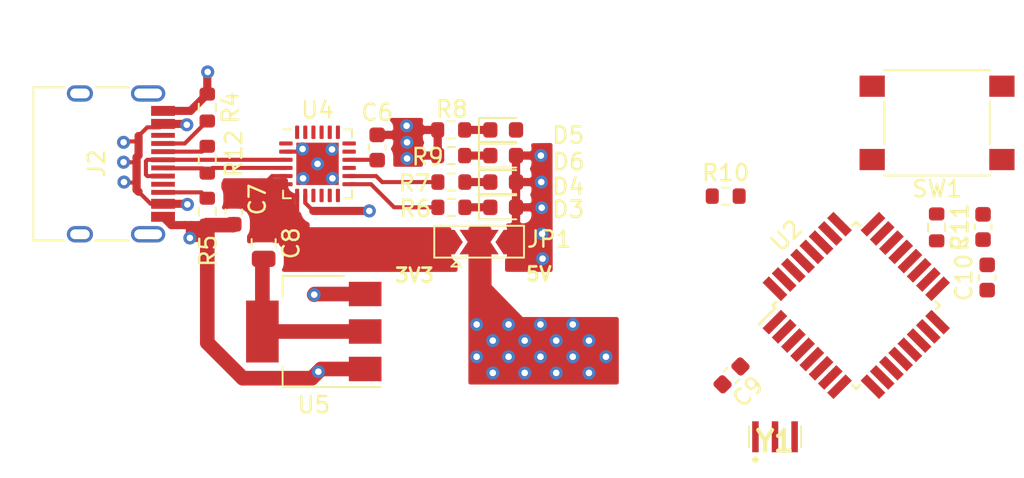
<source format=kicad_pcb>
(kicad_pcb (version 20171130) (host pcbnew "(5.1.10)-1")

  (general
    (thickness 1.6)
    (drawings 2)
    (tracks 136)
    (zones 0)
    (modules 26)
    (nets 60)
  )

  (page A4)
  (layers
    (0 F.Cu signal)
    (31 B.Cu signal)
    (32 B.Adhes user)
    (33 F.Adhes user)
    (34 B.Paste user)
    (35 F.Paste user)
    (36 B.SilkS user)
    (37 F.SilkS user)
    (38 B.Mask user)
    (39 F.Mask user)
    (40 Dwgs.User user)
    (41 Cmts.User user)
    (42 Eco1.User user)
    (43 Eco2.User user)
    (44 Edge.Cuts user)
    (45 Margin user)
    (46 B.CrtYd user)
    (47 F.CrtYd user)
    (48 B.Fab user)
    (49 F.Fab user)
  )

  (setup
    (last_trace_width 0.25)
    (trace_clearance 0.2)
    (zone_clearance 0.508)
    (zone_45_only no)
    (trace_min 0.2)
    (via_size 0.8)
    (via_drill 0.4)
    (via_min_size 0.4)
    (via_min_drill 0.3)
    (uvia_size 0.3)
    (uvia_drill 0.1)
    (uvias_allowed no)
    (uvia_min_size 0.2)
    (uvia_min_drill 0.1)
    (edge_width 0.05)
    (segment_width 0.2)
    (pcb_text_width 0.3)
    (pcb_text_size 1.5 1.5)
    (mod_edge_width 0.12)
    (mod_text_size 1 1)
    (mod_text_width 0.15)
    (pad_size 1.524 1.524)
    (pad_drill 0.762)
    (pad_to_mask_clearance 0)
    (aux_axis_origin 0 0)
    (visible_elements 7FFFFFFF)
    (pcbplotparams
      (layerselection 0x010fc_ffffffff)
      (usegerberextensions false)
      (usegerberattributes true)
      (usegerberadvancedattributes true)
      (creategerberjobfile true)
      (excludeedgelayer true)
      (linewidth 0.100000)
      (plotframeref false)
      (viasonmask false)
      (mode 1)
      (useauxorigin false)
      (hpglpennumber 1)
      (hpglpenspeed 20)
      (hpglpendiameter 15.000000)
      (psnegative false)
      (psa4output false)
      (plotreference true)
      (plotvalue true)
      (plotinvisibletext false)
      (padsonsilk false)
      (subtractmaskfromsilk false)
      (outputformat 1)
      (mirror false)
      (drillshape 1)
      (scaleselection 1)
      (outputdirectory ""))
  )

  (net 0 "")
  (net 1 "Net-(C6-Pad2)")
  (net 2 GND)
  (net 3 +3V3)
  (net 4 VCC)
  (net 5 "Net-(C9-Pad1)")
  (net 6 "Net-(C10-Pad1)")
  (net 7 "Net-(C11-Pad2)")
  (net 8 /DTR)
  (net 9 +5V)
  (net 10 "Net-(D3-Pad1)")
  (net 11 "Net-(D4-Pad1)")
  (net 12 /IO13_SCK)
  (net 13 "Net-(D5-Pad1)")
  (net 14 "Net-(D6-Pad1)")
  (net 15 "Net-(J2-PadB8)")
  (net 16 "Net-(J2-PadA5)")
  (net 17 "Net-(J2-PadB7)")
  (net 18 /USB_DN)
  (net 19 /USB_DP)
  (net 20 "Net-(J2-PadA8)")
  (net 21 "Net-(J2-PadB5)")
  (net 22 "Net-(J2-PadS1)")
  (net 23 "Net-(R6-Pad1)")
  (net 24 "Net-(R7-Pad1)")
  (net 25 /IO0)
  (net 26 /RXD)
  (net 27 /IN_1)
  (net 28 /IO1)
  (net 29 /AD5_SCL)
  (net 30 /AD4_SDA)
  (net 31 /AD3)
  (net 32 /AD2)
  (net 33 /AD1)
  (net 34 /AD0)
  (net 35 "Net-(U2-Pad22)")
  (net 36 "Net-(U2-Pad19)")
  (net 37 /IO12_MISO)
  (net 38 /S4)
  (net 39 /S3)
  (net 40 /S2)
  (net 41 /S1)
  (net 42 /PWM_B)
  (net 43 /IN_4)
  (net 44 /IN_3)
  (net 45 "Net-(U2-Pad8)")
  (net 46 "Net-(U2-Pad7)")
  (net 47 /PWM_A)
  (net 48 /IN_2)
  (net 49 "Net-(U4-Pad24)")
  (net 50 "Net-(U4-Pad22)")
  (net 51 "Net-(U4-Pad19)")
  (net 52 "Net-(U4-Pad18)")
  (net 53 "Net-(U4-Pad17)")
  (net 54 "Net-(U4-Pad15)")
  (net 55 "Net-(U4-Pad12)")
  (net 56 "Net-(U4-Pad11)")
  (net 57 "Net-(U4-Pad10)")
  (net 58 "Net-(U4-Pad9)")
  (net 59 "Net-(U4-Pad1)")

  (net_class Default "This is the default net class."
    (clearance 0.2)
    (trace_width 0.25)
    (via_dia 0.8)
    (via_drill 0.4)
    (uvia_dia 0.3)
    (uvia_drill 0.1)
    (add_net +3V3)
    (add_net +5V)
    (add_net /AD0)
    (add_net /AD1)
    (add_net /AD2)
    (add_net /AD3)
    (add_net /AD4_SDA)
    (add_net /AD5_SCL)
    (add_net /DTR)
    (add_net /IN_1)
    (add_net /IN_2)
    (add_net /IN_3)
    (add_net /IN_4)
    (add_net /IO0)
    (add_net /IO1)
    (add_net /IO12_MISO)
    (add_net /IO13_SCK)
    (add_net /PWM_A)
    (add_net /PWM_B)
    (add_net /RXD)
    (add_net /S1)
    (add_net /S2)
    (add_net /S3)
    (add_net /S4)
    (add_net /USB_DN)
    (add_net /USB_DP)
    (add_net GND)
    (add_net "Net-(C10-Pad1)")
    (add_net "Net-(C11-Pad2)")
    (add_net "Net-(C6-Pad2)")
    (add_net "Net-(C9-Pad1)")
    (add_net "Net-(D3-Pad1)")
    (add_net "Net-(D4-Pad1)")
    (add_net "Net-(D5-Pad1)")
    (add_net "Net-(D6-Pad1)")
    (add_net "Net-(J2-PadA5)")
    (add_net "Net-(J2-PadA8)")
    (add_net "Net-(J2-PadB5)")
    (add_net "Net-(J2-PadB7)")
    (add_net "Net-(J2-PadB8)")
    (add_net "Net-(J2-PadS1)")
    (add_net "Net-(R6-Pad1)")
    (add_net "Net-(R7-Pad1)")
    (add_net "Net-(U2-Pad19)")
    (add_net "Net-(U2-Pad22)")
    (add_net "Net-(U2-Pad7)")
    (add_net "Net-(U2-Pad8)")
    (add_net "Net-(U4-Pad1)")
    (add_net "Net-(U4-Pad10)")
    (add_net "Net-(U4-Pad11)")
    (add_net "Net-(U4-Pad12)")
    (add_net "Net-(U4-Pad15)")
    (add_net "Net-(U4-Pad17)")
    (add_net "Net-(U4-Pad18)")
    (add_net "Net-(U4-Pad19)")
    (add_net "Net-(U4-Pad22)")
    (add_net "Net-(U4-Pad24)")
    (add_net "Net-(U4-Pad9)")
    (add_net VCC)
  )

  (module SamacSys_Parts:CSTNE16M0V530000R0 (layer F.Cu) (tedit 0) (tstamp 6165F4E5)
    (at 93.9292 79.9846)
    (descr CSTNE16M0V530000R0)
    (tags "Undefined or Miscellaneous")
    (path /616F5A36)
    (attr smd)
    (fp_text reference Y1 (at 0 -0.15) (layer F.SilkS)
      (effects (font (size 1.27 1.27) (thickness 0.254)))
    )
    (fp_text value CSTNE16M0V53-R0 (at 0 -0.15) (layer F.SilkS) hide
      (effects (font (size 1.27 1.27) (thickness 0.254)))
    )
    (fp_arc (start -1.2 0.975) (end -1.1 0.975) (angle 180) (layer F.SilkS) (width 0.2))
    (fp_arc (start -1.2 0.975) (end -1.3 0.975) (angle 180) (layer F.SilkS) (width 0.2))
    (fp_text user %R (at 0 -0.15) (layer F.Fab)
      (effects (font (size 1.27 1.27) (thickness 0.254)))
    )
    (fp_line (start -1.6 -1.075) (end 1.6 -1.075) (layer F.Fab) (width 0.2))
    (fp_line (start 1.6 -1.075) (end 1.6 0.225) (layer F.Fab) (width 0.2))
    (fp_line (start 1.6 0.225) (end -1.6 0.225) (layer F.Fab) (width 0.2))
    (fp_line (start -1.6 0.225) (end -1.6 -1.075) (layer F.Fab) (width 0.2))
    (fp_line (start -2.6 -2.375) (end 2.6 -2.375) (layer F.CrtYd) (width 0.1))
    (fp_line (start 2.6 -2.375) (end 2.6 2.075) (layer F.CrtYd) (width 0.1))
    (fp_line (start 2.6 2.075) (end -2.6 2.075) (layer F.CrtYd) (width 0.1))
    (fp_line (start -2.6 2.075) (end -2.6 -2.375) (layer F.CrtYd) (width 0.1))
    (fp_line (start -1.6 0.225) (end -1.6 -1.075) (layer F.SilkS) (width 0.1))
    (fp_line (start 1.6 0.225) (end 1.6 -1.075) (layer F.SilkS) (width 0.1))
    (fp_line (start -1.3 0.975) (end -1.3 0.975) (layer F.SilkS) (width 0.2))
    (fp_line (start -1.1 0.975) (end -1.1 0.975) (layer F.SilkS) (width 0.2))
    (pad 3 smd rect (at 1.2 -0.425) (size 0.4 1.9) (layers F.Cu F.Paste F.Mask)
      (net 46 "Net-(U2-Pad7)"))
    (pad 2 smd rect (at 0 -0.425) (size 0.4 1.9) (layers F.Cu F.Paste F.Mask)
      (net 2 GND))
    (pad 1 smd rect (at -1.2 -0.425) (size 0.4 1.9) (layers F.Cu F.Paste F.Mask)
      (net 45 "Net-(U2-Pad8)"))
    (model C:\Users\v-singhmanp\git\Atlas\cad\electronics\AtlasPD\ProjectLib\SamacSys_Parts.3dshapes\CSTNE16M0V530000R0.stp
      (offset (xyz 0 0.4600000014361438 0.3999999999530684))
      (scale (xyz 1 1 1))
      (rotate (xyz -90 0 0))
    )
  )

  (module Connector_USB:USB_C_Receptacle_HRO_TYPE-C-31-M-12 (layer F.Cu) (tedit 5D3C0721) (tstamp 6165DCDB)
    (at 52.3748 62.8142 270)
    (descr "USB Type-C receptacle for USB 2.0 and PD, http://www.krhro.com/uploads/soft/180320/1-1P320120243.pdf")
    (tags "usb usb-c 2.0 pd")
    (path /615F7EF6)
    (attr smd)
    (fp_text reference J2 (at -0.0254 0.0254 90) (layer F.SilkS)
      (effects (font (size 1 1) (thickness 0.15)))
    )
    (fp_text value USB_C_Receptacle_USB2.0 (at 0 5.1 90) (layer F.Fab)
      (effects (font (size 1 1) (thickness 0.15)))
    )
    (fp_line (start -4.7 2) (end -4.7 3.9) (layer F.SilkS) (width 0.12))
    (fp_line (start -4.7 -1.9) (end -4.7 0.1) (layer F.SilkS) (width 0.12))
    (fp_line (start 4.7 2) (end 4.7 3.9) (layer F.SilkS) (width 0.12))
    (fp_line (start 4.7 -1.9) (end 4.7 0.1) (layer F.SilkS) (width 0.12))
    (fp_line (start 5.32 -5.27) (end 5.32 4.15) (layer F.CrtYd) (width 0.05))
    (fp_line (start -5.32 -5.27) (end -5.32 4.15) (layer F.CrtYd) (width 0.05))
    (fp_line (start -5.32 4.15) (end 5.32 4.15) (layer F.CrtYd) (width 0.05))
    (fp_line (start -5.32 -5.27) (end 5.32 -5.27) (layer F.CrtYd) (width 0.05))
    (fp_line (start 4.47 -3.65) (end 4.47 3.65) (layer F.Fab) (width 0.1))
    (fp_line (start -4.47 3.65) (end 4.47 3.65) (layer F.Fab) (width 0.1))
    (fp_line (start -4.47 -3.65) (end -4.47 3.65) (layer F.Fab) (width 0.1))
    (fp_line (start -4.47 -3.65) (end 4.47 -3.65) (layer F.Fab) (width 0.1))
    (fp_line (start -4.7 3.9) (end 4.7 3.9) (layer F.SilkS) (width 0.12))
    (fp_text user %R (at 0 0 90) (layer F.Fab)
      (effects (font (size 1 1) (thickness 0.15)))
    )
    (pad S1 thru_hole oval (at 4.32 1.05 270) (size 1 1.6) (drill oval 0.6 1.2) (layers *.Cu *.Mask)
      (net 22 "Net-(J2-PadS1)"))
    (pad "" np_thru_hole circle (at 2.89 -2.6 270) (size 0.65 0.65) (drill 0.65) (layers *.Cu *.Mask))
    (pad S1 thru_hole oval (at -4.32 1.05 270) (size 1 1.6) (drill oval 0.6 1.2) (layers *.Cu *.Mask)
      (net 22 "Net-(J2-PadS1)"))
    (pad "" np_thru_hole circle (at -2.89 -2.6 270) (size 0.65 0.65) (drill 0.65) (layers *.Cu *.Mask))
    (pad S1 thru_hole oval (at -4.32 -3.13 270) (size 1 2.1) (drill oval 0.6 1.7) (layers *.Cu *.Mask)
      (net 22 "Net-(J2-PadS1)"))
    (pad S1 thru_hole oval (at 4.32 -3.13 270) (size 1 2.1) (drill oval 0.6 1.7) (layers *.Cu *.Mask)
      (net 22 "Net-(J2-PadS1)"))
    (pad A6 smd rect (at -0.25 -4.045 270) (size 0.3 1.45) (layers F.Cu F.Paste F.Mask)
      (net 19 /USB_DP))
    (pad B5 smd rect (at 1.75 -4.045 270) (size 0.3 1.45) (layers F.Cu F.Paste F.Mask)
      (net 21 "Net-(J2-PadB5)"))
    (pad A8 smd rect (at 1.25 -4.045 270) (size 0.3 1.45) (layers F.Cu F.Paste F.Mask)
      (net 20 "Net-(J2-PadA8)"))
    (pad B6 smd rect (at 0.75 -4.045 270) (size 0.3 1.45) (layers F.Cu F.Paste F.Mask)
      (net 19 /USB_DP))
    (pad A7 smd rect (at 0.25 -4.045 270) (size 0.3 1.45) (layers F.Cu F.Paste F.Mask)
      (net 18 /USB_DN))
    (pad B7 smd rect (at -0.75 -4.045 270) (size 0.3 1.45) (layers F.Cu F.Paste F.Mask)
      (net 17 "Net-(J2-PadB7)"))
    (pad A5 smd rect (at -1.25 -4.045 270) (size 0.3 1.45) (layers F.Cu F.Paste F.Mask)
      (net 16 "Net-(J2-PadA5)"))
    (pad B8 smd rect (at -1.75 -4.045 270) (size 0.3 1.45) (layers F.Cu F.Paste F.Mask)
      (net 15 "Net-(J2-PadB8)"))
    (pad A12 smd rect (at 3.25 -4.045 270) (size 0.6 1.45) (layers F.Cu F.Paste F.Mask)
      (net 2 GND))
    (pad B4 smd rect (at 2.45 -4.045 270) (size 0.6 1.45) (layers F.Cu F.Paste F.Mask)
      (net 9 +5V))
    (pad A4 smd rect (at -2.45 -4.045 270) (size 0.6 1.45) (layers F.Cu F.Paste F.Mask)
      (net 9 +5V))
    (pad A1 smd rect (at -3.25 -4.045 270) (size 0.6 1.45) (layers F.Cu F.Paste F.Mask)
      (net 2 GND))
    (pad B12 smd rect (at -3.25 -4.045 270) (size 0.6 1.45) (layers F.Cu F.Paste F.Mask)
      (net 2 GND))
    (pad B9 smd rect (at -2.45 -4.045 270) (size 0.6 1.45) (layers F.Cu F.Paste F.Mask)
      (net 9 +5V))
    (pad A9 smd rect (at 2.45 -4.045 270) (size 0.6 1.45) (layers F.Cu F.Paste F.Mask)
      (net 9 +5V))
    (pad B1 smd rect (at 3.25 -4.045 270) (size 0.6 1.45) (layers F.Cu F.Paste F.Mask)
      (net 2 GND))
    (model ${KISYS3DMOD}/Connector_USB.3dshapes/USB_C_Receptacle_HRO_TYPE-C-31-M-12.step
      (offset (xyz -4.5 -3.5 0))
      (scale (xyz 1 1 1))
      (rotate (xyz 0 0 0))
    )
  )

  (module Jumper:SolderJumper-3_P2.0mm_Open_TrianglePad1.0x1.5mm (layer F.Cu) (tedit 5A64803D) (tstamp 6165DCC8)
    (at 75.7936 67.6148)
    (descr "SMD Solder Jumper, 1x1.5mm Triangular Pads, 0.3mm gap, open")
    (tags "solder jumper open")
    (path /6169124D)
    (attr virtual)
    (fp_text reference JP1 (at 4.2926 -0.1778) (layer F.SilkS)
      (effects (font (size 1 1) (thickness 0.15)))
    )
    (fp_text value SolderJumper_3_Open (at 0.725 1.925) (layer F.Fab)
      (effects (font (size 1 1) (thickness 0.15)))
    )
    (fp_line (start -1.1 1.5) (end -1.4 1.2) (layer F.SilkS) (width 0.12))
    (fp_line (start -1.7 1.5) (end -1.1 1.5) (layer F.SilkS) (width 0.12))
    (fp_line (start -1.4 1.2) (end -1.7 1.5) (layer F.SilkS) (width 0.12))
    (fp_line (start -2.75 0.95) (end -2.75 -1) (layer F.SilkS) (width 0.12))
    (fp_line (start 2.75 0.95) (end -2.75 0.95) (layer F.SilkS) (width 0.12))
    (fp_line (start 2.75 -1) (end 2.75 0.95) (layer F.SilkS) (width 0.12))
    (fp_line (start -2.75 -1) (end 2.75 -1) (layer F.SilkS) (width 0.12))
    (fp_line (start -2.98 -1.27) (end 3 -1.27) (layer F.CrtYd) (width 0.05))
    (fp_line (start -2.98 -1.27) (end -2.98 1.25) (layer F.CrtYd) (width 0.05))
    (fp_line (start 3 1.25) (end 3 -1.27) (layer F.CrtYd) (width 0.05))
    (fp_line (start 3 1.25) (end -2.98 1.25) (layer F.CrtYd) (width 0.05))
    (pad "" smd rect (at 1.2 0) (size 1.5 1.5) (layers F.Mask))
    (pad "" smd rect (at -1.2 0) (size 1.5 1.5) (layers F.Mask))
    (pad 1 smd custom (at -2 0) (size 0.3 0.3) (layers F.Cu F.Mask)
      (net 3 +3V3) (zone_connect 2)
      (options (clearance outline) (anchor rect))
      (primitives
        (gr_poly (pts
           (xy -0.5 -0.75) (xy 0.5 -0.75) (xy 1 0) (xy 0.5 0.75) (xy -0.5 0.75)
) (width 0))
      ))
    (pad 2 smd custom (at 0 0) (size 0.3 0.3) (layers F.Cu)
      (net 4 VCC) (zone_connect 2)
      (options (clearance outline) (anchor rect))
      (primitives
        (gr_poly (pts
           (xy -1.2 -0.75) (xy 1.2 -0.75) (xy 0.7 0) (xy 1.2 0.75) (xy -1.2 0.75)
           (xy -0.7 0)) (width 0))
      ))
    (pad 3 smd custom (at 2 0 180) (size 0.3 0.3) (layers F.Cu F.Mask)
      (net 9 +5V) (zone_connect 2)
      (options (clearance outline) (anchor rect))
      (primitives
        (gr_poly (pts
           (xy -0.5 -0.75) (xy 0.5 -0.75) (xy 1 0) (xy 0.5 0.75) (xy -0.5 0.75)
) (width 0))
      ))
  )

  (module Resistor_SMD:R_0603_1608Metric (layer F.Cu) (tedit 5F68FEEE) (tstamp 6165DCB8)
    (at 59.1312 59.3598 270)
    (descr "Resistor SMD 0603 (1608 Metric), square (rectangular) end terminal, IPC_7351 nominal, (Body size source: IPC-SM-782 page 72, https://www.pcb-3d.com/wordpress/wp-content/uploads/ipc-sm-782a_amendment_1_and_2.pdf), generated with kicad-footprint-generator")
    (tags resistor)
    (path /61600F72)
    (attr smd)
    (fp_text reference R4 (at 0 -1.43 90) (layer F.SilkS)
      (effects (font (size 1 1) (thickness 0.15)))
    )
    (fp_text value 5.11K (at 0 1.43 90) (layer F.Fab)
      (effects (font (size 1 1) (thickness 0.15)))
    )
    (fp_line (start -0.8 0.4125) (end -0.8 -0.4125) (layer F.Fab) (width 0.1))
    (fp_line (start -0.8 -0.4125) (end 0.8 -0.4125) (layer F.Fab) (width 0.1))
    (fp_line (start 0.8 -0.4125) (end 0.8 0.4125) (layer F.Fab) (width 0.1))
    (fp_line (start 0.8 0.4125) (end -0.8 0.4125) (layer F.Fab) (width 0.1))
    (fp_line (start -0.237258 -0.5225) (end 0.237258 -0.5225) (layer F.SilkS) (width 0.12))
    (fp_line (start -0.237258 0.5225) (end 0.237258 0.5225) (layer F.SilkS) (width 0.12))
    (fp_line (start -1.48 0.73) (end -1.48 -0.73) (layer F.CrtYd) (width 0.05))
    (fp_line (start -1.48 -0.73) (end 1.48 -0.73) (layer F.CrtYd) (width 0.05))
    (fp_line (start 1.48 -0.73) (end 1.48 0.73) (layer F.CrtYd) (width 0.05))
    (fp_line (start 1.48 0.73) (end -1.48 0.73) (layer F.CrtYd) (width 0.05))
    (fp_text user %R (at 0 0 90) (layer F.Fab)
      (effects (font (size 0.4 0.4) (thickness 0.06)))
    )
    (pad 1 smd roundrect (at -0.825 0 270) (size 0.8 0.95) (layers F.Cu F.Paste F.Mask) (roundrect_rratio 0.25)
      (net 2 GND))
    (pad 2 smd roundrect (at 0.825 0 270) (size 0.8 0.95) (layers F.Cu F.Paste F.Mask) (roundrect_rratio 0.25)
      (net 16 "Net-(J2-PadA5)"))
    (model ${KISYS3DMOD}/Resistor_SMD.3dshapes/R_0603_1608Metric.wrl
      (at (xyz 0 0 0))
      (scale (xyz 1 1 1))
      (rotate (xyz 0 0 0))
    )
  )

  (module Resistor_SMD:R_0603_1608Metric (layer F.Cu) (tedit 5F68FEEE) (tstamp 6165DCA8)
    (at 74.0796 62.3062 180)
    (descr "Resistor SMD 0603 (1608 Metric), square (rectangular) end terminal, IPC_7351 nominal, (Body size source: IPC-SM-782 page 72, https://www.pcb-3d.com/wordpress/wp-content/uploads/ipc-sm-782a_amendment_1_and_2.pdf), generated with kicad-footprint-generator")
    (tags resistor)
    (path /617BB7BC)
    (attr smd)
    (fp_text reference R9 (at 1.4356 -0.0762) (layer F.SilkS)
      (effects (font (size 1 1) (thickness 0.15)))
    )
    (fp_text value R (at 0 1.43) (layer F.Fab)
      (effects (font (size 1 1) (thickness 0.15)))
    )
    (fp_line (start -0.8 0.4125) (end -0.8 -0.4125) (layer F.Fab) (width 0.1))
    (fp_line (start -0.8 -0.4125) (end 0.8 -0.4125) (layer F.Fab) (width 0.1))
    (fp_line (start 0.8 -0.4125) (end 0.8 0.4125) (layer F.Fab) (width 0.1))
    (fp_line (start 0.8 0.4125) (end -0.8 0.4125) (layer F.Fab) (width 0.1))
    (fp_line (start -0.237258 -0.5225) (end 0.237258 -0.5225) (layer F.SilkS) (width 0.12))
    (fp_line (start -0.237258 0.5225) (end 0.237258 0.5225) (layer F.SilkS) (width 0.12))
    (fp_line (start -1.48 0.73) (end -1.48 -0.73) (layer F.CrtYd) (width 0.05))
    (fp_line (start -1.48 -0.73) (end 1.48 -0.73) (layer F.CrtYd) (width 0.05))
    (fp_line (start 1.48 -0.73) (end 1.48 0.73) (layer F.CrtYd) (width 0.05))
    (fp_line (start 1.48 0.73) (end -1.48 0.73) (layer F.CrtYd) (width 0.05))
    (fp_text user %R (at 0 0) (layer F.Fab)
      (effects (font (size 0.4 0.4) (thickness 0.06)))
    )
    (pad 1 smd roundrect (at -0.825 0 180) (size 0.8 0.95) (layers F.Cu F.Paste F.Mask) (roundrect_rratio 0.25)
      (net 14 "Net-(D6-Pad1)"))
    (pad 2 smd roundrect (at 0.825 0 180) (size 0.8 0.95) (layers F.Cu F.Paste F.Mask) (roundrect_rratio 0.25)
      (net 2 GND))
    (model ${KISYS3DMOD}/Resistor_SMD.3dshapes/R_0603_1608Metric.wrl
      (at (xyz 0 0 0))
      (scale (xyz 1 1 1))
      (rotate (xyz 0 0 0))
    )
  )

  (module Package_DFN_QFN:QFN-24-1EP_4x4mm_P0.5mm_EP2.6x2.6mm (layer F.Cu) (tedit 61608B6F) (tstamp 6165DC77)
    (at 65.8876 62.8142)
    (descr "QFN, 24 Pin (http://ww1.microchip.com/downloads/en/PackagingSpec/00000049BQ.pdf#page=278), generated with kicad-footprint-generator ipc_noLead_generator.py")
    (tags "QFN NoLead")
    (path /61606FDD)
    (zone_connect 1)
    (attr smd)
    (fp_text reference U4 (at 0 -3.3) (layer F.SilkS)
      (effects (font (size 1 1) (thickness 0.15)))
    )
    (fp_text value CP2104 (at 0 3.3) (layer F.Fab)
      (effects (font (size 1 1) (thickness 0.15)))
    )
    (fp_line (start 1.635 -2.11) (end 2.11 -2.11) (layer F.SilkS) (width 0.12))
    (fp_line (start 2.11 -2.11) (end 2.11 -1.635) (layer F.SilkS) (width 0.12))
    (fp_line (start -1.635 2.11) (end -2.11 2.11) (layer F.SilkS) (width 0.12))
    (fp_line (start -2.11 2.11) (end -2.11 1.635) (layer F.SilkS) (width 0.12))
    (fp_line (start 1.635 2.11) (end 2.11 2.11) (layer F.SilkS) (width 0.12))
    (fp_line (start 2.11 2.11) (end 2.11 1.635) (layer F.SilkS) (width 0.12))
    (fp_line (start -1.635 -2.11) (end -2.11 -2.11) (layer F.SilkS) (width 0.12))
    (fp_line (start -1 -2) (end 2 -2) (layer F.Fab) (width 0.1))
    (fp_line (start 2 -2) (end 2 2) (layer F.Fab) (width 0.1))
    (fp_line (start 2 2) (end -2 2) (layer F.Fab) (width 0.1))
    (fp_line (start -2 2) (end -2 -1) (layer F.Fab) (width 0.1))
    (fp_line (start -2 -1) (end -1 -2) (layer F.Fab) (width 0.1))
    (fp_line (start -2.6 -2.6) (end -2.6 2.6) (layer F.CrtYd) (width 0.05))
    (fp_line (start -2.6 2.6) (end 2.6 2.6) (layer F.CrtYd) (width 0.05))
    (fp_line (start 2.6 2.6) (end 2.6 -2.6) (layer F.CrtYd) (width 0.05))
    (fp_line (start 2.6 -2.6) (end -2.6 -2.6) (layer F.CrtYd) (width 0.05))
    (fp_text user %R (at 0 0) (layer F.Fab)
      (effects (font (size 1 1) (thickness 0.15)))
    )
    (pad 1 smd roundrect (at -1.9375 -1.25) (size 0.825 0.25) (layers F.Cu F.Paste F.Mask) (roundrect_rratio 0.25)
      (net 59 "Net-(U4-Pad1)") (zone_connect 1))
    (pad 2 smd roundrect (at -1.9375 -0.75) (size 0.825 0.25) (layers F.Cu F.Paste F.Mask) (roundrect_rratio 0.25)
      (net 2 GND) (zone_connect 1))
    (pad 3 smd roundrect (at -1.9375 -0.25) (size 0.825 0.25) (layers F.Cu F.Paste F.Mask) (roundrect_rratio 0.25)
      (net 19 /USB_DP) (zone_connect 1))
    (pad 4 smd roundrect (at -1.9375 0.25) (size 0.825 0.25) (layers F.Cu F.Paste F.Mask) (roundrect_rratio 0.25)
      (net 18 /USB_DN) (zone_connect 1))
    (pad 5 smd roundrect (at -1.9375 0.75) (size 0.825 0.25) (layers F.Cu F.Paste F.Mask) (roundrect_rratio 0.25)
      (net 3 +3V3) (zone_connect 2))
    (pad 6 smd roundrect (at -1.9375 1.25) (size 0.825 0.25) (layers F.Cu F.Paste F.Mask) (roundrect_rratio 0.25)
      (net 3 +3V3) (zone_connect 2))
    (pad 7 smd roundrect (at -1.25 1.9375) (size 0.25 0.825) (layers F.Cu F.Paste F.Mask) (roundrect_rratio 0.25)
      (net 3 +3V3) (zone_connect 2))
    (pad 8 smd roundrect (at -0.75 1.9375) (size 0.25 0.825) (layers F.Cu F.Paste F.Mask) (roundrect_rratio 0.25)
      (net 9 +5V) (zone_connect 1))
    (pad 9 smd roundrect (at -0.25 1.9375) (size 0.25 0.825) (layers F.Cu F.Paste F.Mask) (roundrect_rratio 0.25)
      (net 58 "Net-(U4-Pad9)") (zone_connect 1))
    (pad 10 smd roundrect (at 0.25 1.9375) (size 0.25 0.825) (layers F.Cu F.Paste F.Mask) (roundrect_rratio 0.25)
      (net 57 "Net-(U4-Pad10)") (zone_connect 1))
    (pad 11 smd roundrect (at 0.75 1.9375) (size 0.25 0.825) (layers F.Cu F.Paste F.Mask) (roundrect_rratio 0.25)
      (net 56 "Net-(U4-Pad11)") (zone_connect 1))
    (pad 12 smd roundrect (at 1.25 1.9375) (size 0.25 0.825) (layers F.Cu F.Paste F.Mask) (roundrect_rratio 0.25)
      (net 55 "Net-(U4-Pad12)") (zone_connect 1))
    (pad 13 smd roundrect (at 1.9375 1.25) (size 0.825 0.25) (layers F.Cu F.Paste F.Mask) (roundrect_rratio 0.25)
      (net 23 "Net-(R6-Pad1)") (zone_connect 1))
    (pad 14 smd roundrect (at 1.9375 0.75) (size 0.825 0.25) (layers F.Cu F.Paste F.Mask) (roundrect_rratio 0.25)
      (net 24 "Net-(R7-Pad1)") (zone_connect 1))
    (pad 15 smd roundrect (at 1.9375 0.25) (size 0.825 0.25) (layers F.Cu F.Paste F.Mask) (roundrect_rratio 0.25)
      (net 54 "Net-(U4-Pad15)") (zone_connect 1))
    (pad 16 smd roundrect (at 1.9375 -0.25) (size 0.825 0.25) (layers F.Cu F.Paste F.Mask) (roundrect_rratio 0.25)
      (net 1 "Net-(C6-Pad2)") (zone_connect 1))
    (pad 17 smd roundrect (at 1.9375 -0.75) (size 0.825 0.25) (layers F.Cu F.Paste F.Mask) (roundrect_rratio 0.25)
      (net 53 "Net-(U4-Pad17)") (zone_connect 1))
    (pad 18 smd roundrect (at 1.9375 -1.25) (size 0.825 0.25) (layers F.Cu F.Paste F.Mask) (roundrect_rratio 0.25)
      (net 52 "Net-(U4-Pad18)") (zone_connect 1))
    (pad 19 smd roundrect (at 1.25 -1.9375) (size 0.25 0.825) (layers F.Cu F.Paste F.Mask) (roundrect_rratio 0.25)
      (net 51 "Net-(U4-Pad19)") (zone_connect 1))
    (pad 20 smd roundrect (at 0.75 -1.9375) (size 0.25 0.825) (layers F.Cu F.Paste F.Mask) (roundrect_rratio 0.25)
      (net 26 /RXD) (zone_connect 1))
    (pad 21 smd roundrect (at 0.25 -1.9375) (size 0.25 0.825) (layers F.Cu F.Paste F.Mask) (roundrect_rratio 0.25)
      (net 28 /IO1) (zone_connect 1))
    (pad 22 smd roundrect (at -0.25 -1.9375) (size 0.25 0.825) (layers F.Cu F.Paste F.Mask) (roundrect_rratio 0.25)
      (net 50 "Net-(U4-Pad22)") (zone_connect 1))
    (pad 23 smd roundrect (at -0.75 -1.9375) (size 0.25 0.825) (layers F.Cu F.Paste F.Mask) (roundrect_rratio 0.25)
      (net 8 /DTR) (zone_connect 1))
    (pad 24 smd roundrect (at -1.25 -1.9375) (size 0.25 0.825) (layers F.Cu F.Paste F.Mask) (roundrect_rratio 0.25)
      (net 49 "Net-(U4-Pad24)") (zone_connect 1))
    (pad 25 smd rect (at 0 0) (size 2.6 2.6) (layers F.Cu F.Mask)
      (net 2 GND) (zone_connect 1))
    (pad "" smd roundrect (at -0.65 -0.65) (size 1.05 1.05) (layers F.Paste) (roundrect_rratio 0.238095)
      (zone_connect 1))
    (pad "" smd roundrect (at -0.65 0.65) (size 1.05 1.05) (layers F.Paste) (roundrect_rratio 0.238095)
      (zone_connect 1))
    (pad "" smd roundrect (at 0.65 -0.65) (size 1.05 1.05) (layers F.Paste) (roundrect_rratio 0.238095)
      (zone_connect 1))
    (pad "" smd roundrect (at 0.65 0.65) (size 1.05 1.05) (layers F.Paste) (roundrect_rratio 0.238095)
      (zone_connect 1))
    (model ${KISYS3DMOD}/Package_DFN_QFN.3dshapes/QFN-24-1EP_4x4mm_P0.5mm_EP2.6x2.6mm.wrl
      (at (xyz 0 0 0))
      (scale (xyz 1 1 1))
      (rotate (xyz 0 0 0))
    )
  )

  (module LED_SMD:LED_0603_1608Metric (layer F.Cu) (tedit 5F68FEF1) (tstamp 6165DC65)
    (at 77.2668 65.4812)
    (descr "LED SMD 0603 (1608 Metric), square (rectangular) end terminal, IPC_7351 nominal, (Body size source: http://www.tortai-tech.com/upload/download/2011102023233369053.pdf), generated with kicad-footprint-generator")
    (tags LED)
    (path /616307F8)
    (attr smd)
    (fp_text reference D3 (at 3.9878 0.127) (layer F.SilkS)
      (effects (font (size 1 1) (thickness 0.15)))
    )
    (fp_text value RED (at 0 1.43) (layer F.Fab)
      (effects (font (size 1 1) (thickness 0.15)))
    )
    (fp_line (start 1.48 0.73) (end -1.48 0.73) (layer F.CrtYd) (width 0.05))
    (fp_line (start 1.48 -0.73) (end 1.48 0.73) (layer F.CrtYd) (width 0.05))
    (fp_line (start -1.48 -0.73) (end 1.48 -0.73) (layer F.CrtYd) (width 0.05))
    (fp_line (start -1.48 0.73) (end -1.48 -0.73) (layer F.CrtYd) (width 0.05))
    (fp_line (start -1.485 0.735) (end 0.8 0.735) (layer F.SilkS) (width 0.12))
    (fp_line (start -1.485 -0.735) (end -1.485 0.735) (layer F.SilkS) (width 0.12))
    (fp_line (start 0.8 -0.735) (end -1.485 -0.735) (layer F.SilkS) (width 0.12))
    (fp_line (start 0.8 0.4) (end 0.8 -0.4) (layer F.Fab) (width 0.1))
    (fp_line (start -0.8 0.4) (end 0.8 0.4) (layer F.Fab) (width 0.1))
    (fp_line (start -0.8 -0.1) (end -0.8 0.4) (layer F.Fab) (width 0.1))
    (fp_line (start -0.5 -0.4) (end -0.8 -0.1) (layer F.Fab) (width 0.1))
    (fp_line (start 0.8 -0.4) (end -0.5 -0.4) (layer F.Fab) (width 0.1))
    (fp_text user %R (at 0 0) (layer F.Fab)
      (effects (font (size 0.4 0.4) (thickness 0.06)))
    )
    (pad 1 smd roundrect (at -0.7875 0) (size 0.875 0.95) (layers F.Cu F.Paste F.Mask) (roundrect_rratio 0.25)
      (net 10 "Net-(D3-Pad1)"))
    (pad 2 smd roundrect (at 0.7875 0) (size 0.875 0.95) (layers F.Cu F.Paste F.Mask) (roundrect_rratio 0.25)
      (net 9 +5V))
    (model ${KISYS3DMOD}/LED_SMD.3dshapes/LED_0603_1608Metric.wrl
      (at (xyz 0 0 0))
      (scale (xyz 1 1 1))
      (rotate (xyz 0 0 0))
    )
  )

  (module Resistor_SMD:R_0603_1608Metric (layer F.Cu) (tedit 5F68FEEE) (tstamp 6165DC55)
    (at 59.1312 65.7474 90)
    (descr "Resistor SMD 0603 (1608 Metric), square (rectangular) end terminal, IPC_7351 nominal, (Body size source: IPC-SM-782 page 72, https://www.pcb-3d.com/wordpress/wp-content/uploads/ipc-sm-782a_amendment_1_and_2.pdf), generated with kicad-footprint-generator")
    (tags resistor)
    (path /6160033E)
    (attr smd)
    (fp_text reference R5 (at -2.4008 0.0508 90) (layer F.SilkS)
      (effects (font (size 1 1) (thickness 0.15)))
    )
    (fp_text value 5.11K (at 0 1.43 90) (layer F.Fab)
      (effects (font (size 1 1) (thickness 0.15)))
    )
    (fp_line (start -0.8 0.4125) (end -0.8 -0.4125) (layer F.Fab) (width 0.1))
    (fp_line (start -0.8 -0.4125) (end 0.8 -0.4125) (layer F.Fab) (width 0.1))
    (fp_line (start 0.8 -0.4125) (end 0.8 0.4125) (layer F.Fab) (width 0.1))
    (fp_line (start 0.8 0.4125) (end -0.8 0.4125) (layer F.Fab) (width 0.1))
    (fp_line (start -0.237258 -0.5225) (end 0.237258 -0.5225) (layer F.SilkS) (width 0.12))
    (fp_line (start -0.237258 0.5225) (end 0.237258 0.5225) (layer F.SilkS) (width 0.12))
    (fp_line (start -1.48 0.73) (end -1.48 -0.73) (layer F.CrtYd) (width 0.05))
    (fp_line (start -1.48 -0.73) (end 1.48 -0.73) (layer F.CrtYd) (width 0.05))
    (fp_line (start 1.48 -0.73) (end 1.48 0.73) (layer F.CrtYd) (width 0.05))
    (fp_line (start 1.48 0.73) (end -1.48 0.73) (layer F.CrtYd) (width 0.05))
    (fp_text user %R (at 0 0 90) (layer F.Fab)
      (effects (font (size 0.4 0.4) (thickness 0.06)))
    )
    (pad 1 smd roundrect (at -0.825 0 90) (size 0.8 0.95) (layers F.Cu F.Paste F.Mask) (roundrect_rratio 0.25)
      (net 2 GND))
    (pad 2 smd roundrect (at 0.825 0 90) (size 0.8 0.95) (layers F.Cu F.Paste F.Mask) (roundrect_rratio 0.25)
      (net 21 "Net-(J2-PadB5)"))
    (model ${KISYS3DMOD}/Resistor_SMD.3dshapes/R_0603_1608Metric.wrl
      (at (xyz 0 0 0))
      (scale (xyz 1 1 1))
      (rotate (xyz 0 0 0))
    )
  )

  (module Resistor_SMD:R_0603_1608Metric (layer F.Cu) (tedit 5F68FEEE) (tstamp 6165DC45)
    (at 74.0918 65.4812)
    (descr "Resistor SMD 0603 (1608 Metric), square (rectangular) end terminal, IPC_7351 nominal, (Body size source: IPC-SM-782 page 72, https://www.pcb-3d.com/wordpress/wp-content/uploads/ipc-sm-782a_amendment_1_and_2.pdf), generated with kicad-footprint-generator")
    (tags resistor)
    (path /616320EF)
    (attr smd)
    (fp_text reference R6 (at -2.2098 0.0762) (layer F.SilkS)
      (effects (font (size 1 1) (thickness 0.15)))
    )
    (fp_text value 1K (at 0 1.43) (layer F.Fab)
      (effects (font (size 1 1) (thickness 0.15)))
    )
    (fp_line (start -0.8 0.4125) (end -0.8 -0.4125) (layer F.Fab) (width 0.1))
    (fp_line (start -0.8 -0.4125) (end 0.8 -0.4125) (layer F.Fab) (width 0.1))
    (fp_line (start 0.8 -0.4125) (end 0.8 0.4125) (layer F.Fab) (width 0.1))
    (fp_line (start 0.8 0.4125) (end -0.8 0.4125) (layer F.Fab) (width 0.1))
    (fp_line (start -0.237258 -0.5225) (end 0.237258 -0.5225) (layer F.SilkS) (width 0.12))
    (fp_line (start -0.237258 0.5225) (end 0.237258 0.5225) (layer F.SilkS) (width 0.12))
    (fp_line (start -1.48 0.73) (end -1.48 -0.73) (layer F.CrtYd) (width 0.05))
    (fp_line (start -1.48 -0.73) (end 1.48 -0.73) (layer F.CrtYd) (width 0.05))
    (fp_line (start 1.48 -0.73) (end 1.48 0.73) (layer F.CrtYd) (width 0.05))
    (fp_line (start 1.48 0.73) (end -1.48 0.73) (layer F.CrtYd) (width 0.05))
    (fp_text user %R (at 0 0) (layer F.Fab)
      (effects (font (size 0.4 0.4) (thickness 0.06)))
    )
    (pad 1 smd roundrect (at -0.825 0) (size 0.8 0.95) (layers F.Cu F.Paste F.Mask) (roundrect_rratio 0.25)
      (net 23 "Net-(R6-Pad1)"))
    (pad 2 smd roundrect (at 0.825 0) (size 0.8 0.95) (layers F.Cu F.Paste F.Mask) (roundrect_rratio 0.25)
      (net 10 "Net-(D3-Pad1)"))
    (model ${KISYS3DMOD}/Resistor_SMD.3dshapes/R_0603_1608Metric.wrl
      (at (xyz 0 0 0))
      (scale (xyz 1 1 1))
      (rotate (xyz 0 0 0))
    )
  )

  (module Package_QFP:TQFP-32_7x7mm_P0.8mm (layer F.Cu) (tedit 5A02F146) (tstamp 6165DC0F)
    (at 98.9076 71.501 45)
    (descr "32-Lead Plastic Thin Quad Flatpack (PT) - 7x7x1.0 mm Body, 2.00 mm [TQFP] (see Microchip Packaging Specification 00000049BS.pdf)")
    (tags "QFP 0.8")
    (path /615F5687)
    (attr smd)
    (fp_text reference U2 (at 0 -6.05 45) (layer F.SilkS)
      (effects (font (size 1 1) (thickness 0.15)))
    )
    (fp_text value ATmega328P-AU (at 0 6.05 45) (layer F.Fab)
      (effects (font (size 1 1) (thickness 0.15)))
    )
    (fp_line (start -2.5 -3.5) (end 3.5 -3.5) (layer F.Fab) (width 0.15))
    (fp_line (start 3.5 -3.5) (end 3.5 3.5) (layer F.Fab) (width 0.15))
    (fp_line (start 3.5 3.5) (end -3.5 3.5) (layer F.Fab) (width 0.15))
    (fp_line (start -3.5 3.5) (end -3.5 -2.5) (layer F.Fab) (width 0.15))
    (fp_line (start -3.5 -2.5) (end -2.5 -3.5) (layer F.Fab) (width 0.15))
    (fp_line (start -5.3 -5.3) (end -5.3 5.3) (layer F.CrtYd) (width 0.05))
    (fp_line (start 5.3 -5.3) (end 5.3 5.3) (layer F.CrtYd) (width 0.05))
    (fp_line (start -5.3 -5.3) (end 5.3 -5.3) (layer F.CrtYd) (width 0.05))
    (fp_line (start -5.3 5.3) (end 5.3 5.3) (layer F.CrtYd) (width 0.05))
    (fp_line (start -3.625 -3.625) (end -3.625 -3.4) (layer F.SilkS) (width 0.15))
    (fp_line (start 3.625 -3.625) (end 3.625 -3.3) (layer F.SilkS) (width 0.15))
    (fp_line (start 3.625 3.625) (end 3.625 3.3) (layer F.SilkS) (width 0.15))
    (fp_line (start -3.625 3.625) (end -3.625 3.3) (layer F.SilkS) (width 0.15))
    (fp_line (start -3.625 -3.625) (end -3.3 -3.625) (layer F.SilkS) (width 0.15))
    (fp_line (start -3.625 3.625) (end -3.3 3.625) (layer F.SilkS) (width 0.15))
    (fp_line (start 3.625 3.625) (end 3.3 3.625) (layer F.SilkS) (width 0.15))
    (fp_line (start 3.625 -3.625) (end 3.3 -3.625) (layer F.SilkS) (width 0.15))
    (fp_line (start -3.625 -3.4) (end -5.05 -3.4) (layer F.SilkS) (width 0.15))
    (fp_text user %R (at 0 0 45) (layer F.Fab)
      (effects (font (size 1 1) (thickness 0.15)))
    )
    (pad 1 smd rect (at -4.25 -2.8 45) (size 1.6 0.55) (layers F.Cu F.Paste F.Mask)
      (net 48 /IN_2))
    (pad 2 smd rect (at -4.25 -2 45) (size 1.6 0.55) (layers F.Cu F.Paste F.Mask)
      (net 47 /PWM_A))
    (pad 3 smd rect (at -4.25 -1.2 45) (size 1.6 0.55) (layers F.Cu F.Paste F.Mask)
      (net 2 GND))
    (pad 4 smd rect (at -4.25 -0.4 45) (size 1.6 0.55) (layers F.Cu F.Paste F.Mask)
      (net 5 "Net-(C9-Pad1)"))
    (pad 5 smd rect (at -4.25 0.4 45) (size 1.6 0.55) (layers F.Cu F.Paste F.Mask)
      (net 2 GND))
    (pad 6 smd rect (at -4.25 1.2 45) (size 1.6 0.55) (layers F.Cu F.Paste F.Mask)
      (net 5 "Net-(C9-Pad1)"))
    (pad 7 smd rect (at -4.25 2 45) (size 1.6 0.55) (layers F.Cu F.Paste F.Mask)
      (net 46 "Net-(U2-Pad7)"))
    (pad 8 smd rect (at -4.25 2.8 45) (size 1.6 0.55) (layers F.Cu F.Paste F.Mask)
      (net 45 "Net-(U2-Pad8)"))
    (pad 9 smd rect (at -2.8 4.25 135) (size 1.6 0.55) (layers F.Cu F.Paste F.Mask)
      (net 44 /IN_3))
    (pad 10 smd rect (at -2 4.25 135) (size 1.6 0.55) (layers F.Cu F.Paste F.Mask)
      (net 43 /IN_4))
    (pad 11 smd rect (at -1.2 4.25 135) (size 1.6 0.55) (layers F.Cu F.Paste F.Mask)
      (net 42 /PWM_B))
    (pad 12 smd rect (at -0.4 4.25 135) (size 1.6 0.55) (layers F.Cu F.Paste F.Mask)
      (net 41 /S1))
    (pad 13 smd rect (at 0.4 4.25 135) (size 1.6 0.55) (layers F.Cu F.Paste F.Mask)
      (net 40 /S2))
    (pad 14 smd rect (at 1.2 4.25 135) (size 1.6 0.55) (layers F.Cu F.Paste F.Mask)
      (net 39 /S3))
    (pad 15 smd rect (at 2 4.25 135) (size 1.6 0.55) (layers F.Cu F.Paste F.Mask)
      (net 38 /S4))
    (pad 16 smd rect (at 2.8 4.25 135) (size 1.6 0.55) (layers F.Cu F.Paste F.Mask)
      (net 37 /IO12_MISO))
    (pad 17 smd rect (at 4.25 2.8 45) (size 1.6 0.55) (layers F.Cu F.Paste F.Mask)
      (net 12 /IO13_SCK))
    (pad 18 smd rect (at 4.25 2 45) (size 1.6 0.55) (layers F.Cu F.Paste F.Mask)
      (net 6 "Net-(C10-Pad1)"))
    (pad 19 smd rect (at 4.25 1.2 45) (size 1.6 0.55) (layers F.Cu F.Paste F.Mask)
      (net 36 "Net-(U2-Pad19)"))
    (pad 20 smd rect (at 4.25 0.4 45) (size 1.6 0.55) (layers F.Cu F.Paste F.Mask)
      (net 4 VCC))
    (pad 21 smd rect (at 4.25 -0.4 45) (size 1.6 0.55) (layers F.Cu F.Paste F.Mask)
      (net 2 GND))
    (pad 22 smd rect (at 4.25 -1.2 45) (size 1.6 0.55) (layers F.Cu F.Paste F.Mask)
      (net 35 "Net-(U2-Pad22)"))
    (pad 23 smd rect (at 4.25 -2 45) (size 1.6 0.55) (layers F.Cu F.Paste F.Mask)
      (net 34 /AD0))
    (pad 24 smd rect (at 4.25 -2.8 45) (size 1.6 0.55) (layers F.Cu F.Paste F.Mask)
      (net 33 /AD1))
    (pad 25 smd rect (at 2.8 -4.25 135) (size 1.6 0.55) (layers F.Cu F.Paste F.Mask)
      (net 32 /AD2))
    (pad 26 smd rect (at 2 -4.25 135) (size 1.6 0.55) (layers F.Cu F.Paste F.Mask)
      (net 31 /AD3))
    (pad 27 smd rect (at 1.2 -4.25 135) (size 1.6 0.55) (layers F.Cu F.Paste F.Mask)
      (net 30 /AD4_SDA))
    (pad 28 smd rect (at 0.4 -4.25 135) (size 1.6 0.55) (layers F.Cu F.Paste F.Mask)
      (net 29 /AD5_SCL))
    (pad 29 smd rect (at -0.4 -4.25 135) (size 1.6 0.55) (layers F.Cu F.Paste F.Mask)
      (net 7 "Net-(C11-Pad2)"))
    (pad 30 smd rect (at -1.2 -4.25 135) (size 1.6 0.55) (layers F.Cu F.Paste F.Mask)
      (net 25 /IO0))
    (pad 31 smd rect (at -2 -4.25 135) (size 1.6 0.55) (layers F.Cu F.Paste F.Mask)
      (net 28 /IO1))
    (pad 32 smd rect (at -2.8 -4.25 135) (size 1.6 0.55) (layers F.Cu F.Paste F.Mask)
      (net 27 /IN_1))
    (model ${KISYS3DMOD}/Package_QFP.3dshapes/TQFP-32_7x7mm_P0.8mm.wrl
      (at (xyz 0 0 0))
      (scale (xyz 1 1 1))
      (rotate (xyz 0 0 0))
    )
  )

  (module Package_TO_SOT_SMD:SOT-223-3_TabPin2 (layer F.Cu) (tedit 5A02FF57) (tstamp 6165DBFA)
    (at 65.659 73.1012 180)
    (descr "module CMS SOT223 4 pins")
    (tags "CMS SOT")
    (path /60A23887/616268E3)
    (attr smd)
    (fp_text reference U5 (at 0 -4.5) (layer F.SilkS)
      (effects (font (size 1 1) (thickness 0.15)))
    )
    (fp_text value AMS1117-3.3 (at 0 4.5) (layer F.Fab)
      (effects (font (size 1 1) (thickness 0.15)))
    )
    (fp_line (start 1.91 3.41) (end 1.91 2.15) (layer F.SilkS) (width 0.12))
    (fp_line (start 1.91 -3.41) (end 1.91 -2.15) (layer F.SilkS) (width 0.12))
    (fp_line (start 4.4 -3.6) (end -4.4 -3.6) (layer F.CrtYd) (width 0.05))
    (fp_line (start 4.4 3.6) (end 4.4 -3.6) (layer F.CrtYd) (width 0.05))
    (fp_line (start -4.4 3.6) (end 4.4 3.6) (layer F.CrtYd) (width 0.05))
    (fp_line (start -4.4 -3.6) (end -4.4 3.6) (layer F.CrtYd) (width 0.05))
    (fp_line (start -1.85 -2.35) (end -0.85 -3.35) (layer F.Fab) (width 0.1))
    (fp_line (start -1.85 -2.35) (end -1.85 3.35) (layer F.Fab) (width 0.1))
    (fp_line (start -1.85 3.41) (end 1.91 3.41) (layer F.SilkS) (width 0.12))
    (fp_line (start -0.85 -3.35) (end 1.85 -3.35) (layer F.Fab) (width 0.1))
    (fp_line (start -4.1 -3.41) (end 1.91 -3.41) (layer F.SilkS) (width 0.12))
    (fp_line (start -1.85 3.35) (end 1.85 3.35) (layer F.Fab) (width 0.1))
    (fp_line (start 1.85 -3.35) (end 1.85 3.35) (layer F.Fab) (width 0.1))
    (fp_text user %R (at 0 0 90) (layer F.Fab)
      (effects (font (size 0.8 0.8) (thickness 0.12)))
    )
    (pad 2 smd rect (at 3.15 0 180) (size 2 3.8) (layers F.Cu F.Paste F.Mask))
    (pad 2 smd rect (at -3.15 0 180) (size 2 1.5) (layers F.Cu F.Paste F.Mask))
    (pad 3 smd rect (at -3.15 2.3 180) (size 2 1.5) (layers F.Cu F.Paste F.Mask))
    (pad 1 smd rect (at -3.15 -2.3 180) (size 2 1.5) (layers F.Cu F.Paste F.Mask))
    (model ${KISYS3DMOD}/Package_TO_SOT_SMD.3dshapes/SOT-223.wrl
      (at (xyz 0 0 0))
      (scale (xyz 1 1 1))
      (rotate (xyz 0 0 0))
    )
  )

  (module Button_Switch_SMD:SW_Push_1P1T_NO_6x6mm_H9.5mm (layer F.Cu) (tedit 5CA1CA7F) (tstamp 6165DBE1)
    (at 103.8606 60.2996 180)
    (descr "tactile push button, 6x6mm e.g. PTS645xx series, height=9.5mm")
    (tags "tact sw push 6mm smd")
    (path /61815A6D)
    (attr smd)
    (fp_text reference SW1 (at 0 -4.05) (layer F.SilkS)
      (effects (font (size 1 1) (thickness 0.15)))
    )
    (fp_text value SW_SPST (at 0 4.15) (layer F.Fab)
      (effects (font (size 1 1) (thickness 0.15)))
    )
    (fp_line (start -3 -3) (end -3 3) (layer F.Fab) (width 0.1))
    (fp_line (start -3 3) (end 3 3) (layer F.Fab) (width 0.1))
    (fp_line (start 3 3) (end 3 -3) (layer F.Fab) (width 0.1))
    (fp_line (start 3 -3) (end -3 -3) (layer F.Fab) (width 0.1))
    (fp_line (start 5 3.25) (end 5 -3.25) (layer F.CrtYd) (width 0.05))
    (fp_line (start -5 -3.25) (end -5 3.25) (layer F.CrtYd) (width 0.05))
    (fp_line (start -5 3.25) (end 5 3.25) (layer F.CrtYd) (width 0.05))
    (fp_line (start -5 -3.25) (end 5 -3.25) (layer F.CrtYd) (width 0.05))
    (fp_line (start 3.23 -3.23) (end 3.23 -3.2) (layer F.SilkS) (width 0.12))
    (fp_line (start 3.23 3.23) (end 3.23 3.2) (layer F.SilkS) (width 0.12))
    (fp_line (start -3.23 3.23) (end -3.23 3.2) (layer F.SilkS) (width 0.12))
    (fp_line (start -3.23 -3.2) (end -3.23 -3.23) (layer F.SilkS) (width 0.12))
    (fp_line (start 3.23 -1.3) (end 3.23 1.3) (layer F.SilkS) (width 0.12))
    (fp_line (start -3.23 -3.23) (end 3.23 -3.23) (layer F.SilkS) (width 0.12))
    (fp_line (start -3.23 -1.3) (end -3.23 1.3) (layer F.SilkS) (width 0.12))
    (fp_line (start -3.23 3.23) (end 3.23 3.23) (layer F.SilkS) (width 0.12))
    (fp_circle (center 0 0) (end 1.75 -0.05) (layer F.Fab) (width 0.1))
    (fp_text user %R (at 0 -4.05) (layer F.Fab)
      (effects (font (size 1 1) (thickness 0.15)))
    )
    (pad 2 smd rect (at -3.975 2.25 180) (size 1.55 1.3) (layers F.Cu F.Paste F.Mask)
      (net 2 GND))
    (pad 1 smd rect (at -3.975 -2.25 180) (size 1.55 1.3) (layers F.Cu F.Paste F.Mask)
      (net 7 "Net-(C11-Pad2)"))
    (pad 1 smd rect (at 3.975 -2.25 180) (size 1.55 1.3) (layers F.Cu F.Paste F.Mask)
      (net 7 "Net-(C11-Pad2)"))
    (pad 2 smd rect (at 3.975 2.25 180) (size 1.55 1.3) (layers F.Cu F.Paste F.Mask)
      (net 2 GND))
    (model ${KISYS3DMOD}/Button_Switch_SMD.3dshapes/SW_PUSH_6mm_H9.5mm.wrl
      (at (xyz 0 0 0))
      (scale (xyz 1 1 1))
      (rotate (xyz 0 0 0))
    )
  )

  (module Resistor_SMD:R_0603_1608Metric (layer F.Cu) (tedit 5F68FEEE) (tstamp 6165DBD1)
    (at 103.8352 66.7126 270)
    (descr "Resistor SMD 0603 (1608 Metric), square (rectangular) end terminal, IPC_7351 nominal, (Body size source: IPC-SM-782 page 72, https://www.pcb-3d.com/wordpress/wp-content/uploads/ipc-sm-782a_amendment_1_and_2.pdf), generated with kicad-footprint-generator")
    (tags resistor)
    (path /6170B714)
    (attr smd)
    (fp_text reference R11 (at 0 -1.43 90) (layer F.SilkS)
      (effects (font (size 1 1) (thickness 0.15)))
    )
    (fp_text value 10K (at 0 1.43 90) (layer F.Fab)
      (effects (font (size 1 1) (thickness 0.15)))
    )
    (fp_line (start -0.8 0.4125) (end -0.8 -0.4125) (layer F.Fab) (width 0.1))
    (fp_line (start -0.8 -0.4125) (end 0.8 -0.4125) (layer F.Fab) (width 0.1))
    (fp_line (start 0.8 -0.4125) (end 0.8 0.4125) (layer F.Fab) (width 0.1))
    (fp_line (start 0.8 0.4125) (end -0.8 0.4125) (layer F.Fab) (width 0.1))
    (fp_line (start -0.237258 -0.5225) (end 0.237258 -0.5225) (layer F.SilkS) (width 0.12))
    (fp_line (start -0.237258 0.5225) (end 0.237258 0.5225) (layer F.SilkS) (width 0.12))
    (fp_line (start -1.48 0.73) (end -1.48 -0.73) (layer F.CrtYd) (width 0.05))
    (fp_line (start -1.48 -0.73) (end 1.48 -0.73) (layer F.CrtYd) (width 0.05))
    (fp_line (start 1.48 -0.73) (end 1.48 0.73) (layer F.CrtYd) (width 0.05))
    (fp_line (start 1.48 0.73) (end -1.48 0.73) (layer F.CrtYd) (width 0.05))
    (fp_text user %R (at 0 0 90) (layer F.Fab)
      (effects (font (size 0.4 0.4) (thickness 0.06)))
    )
    (pad 1 smd roundrect (at -0.825 0 270) (size 0.8 0.95) (layers F.Cu F.Paste F.Mask) (roundrect_rratio 0.25)
      (net 7 "Net-(C11-Pad2)"))
    (pad 2 smd roundrect (at 0.825 0 270) (size 0.8 0.95) (layers F.Cu F.Paste F.Mask) (roundrect_rratio 0.25)
      (net 4 VCC))
    (model ${KISYS3DMOD}/Resistor_SMD.3dshapes/R_0603_1608Metric.wrl
      (at (xyz 0 0 0))
      (scale (xyz 1 1 1))
      (rotate (xyz 0 0 0))
    )
  )

  (module LED_SMD:LED_0603_1608Metric (layer F.Cu) (tedit 5F68FEF1) (tstamp 6165DBBF)
    (at 77.2668 63.9318)
    (descr "LED SMD 0603 (1608 Metric), square (rectangular) end terminal, IPC_7351 nominal, (Body size source: http://www.tortai-tech.com/upload/download/2011102023233369053.pdf), generated with kicad-footprint-generator")
    (tags LED)
    (path /6162EBE7)
    (attr smd)
    (fp_text reference D4 (at 3.9878 0.2794) (layer F.SilkS)
      (effects (font (size 1 1) (thickness 0.15)))
    )
    (fp_text value RED (at 0 1.43) (layer F.Fab)
      (effects (font (size 1 1) (thickness 0.15)))
    )
    (fp_line (start 1.48 0.73) (end -1.48 0.73) (layer F.CrtYd) (width 0.05))
    (fp_line (start 1.48 -0.73) (end 1.48 0.73) (layer F.CrtYd) (width 0.05))
    (fp_line (start -1.48 -0.73) (end 1.48 -0.73) (layer F.CrtYd) (width 0.05))
    (fp_line (start -1.48 0.73) (end -1.48 -0.73) (layer F.CrtYd) (width 0.05))
    (fp_line (start -1.485 0.735) (end 0.8 0.735) (layer F.SilkS) (width 0.12))
    (fp_line (start -1.485 -0.735) (end -1.485 0.735) (layer F.SilkS) (width 0.12))
    (fp_line (start 0.8 -0.735) (end -1.485 -0.735) (layer F.SilkS) (width 0.12))
    (fp_line (start 0.8 0.4) (end 0.8 -0.4) (layer F.Fab) (width 0.1))
    (fp_line (start -0.8 0.4) (end 0.8 0.4) (layer F.Fab) (width 0.1))
    (fp_line (start -0.8 -0.1) (end -0.8 0.4) (layer F.Fab) (width 0.1))
    (fp_line (start -0.5 -0.4) (end -0.8 -0.1) (layer F.Fab) (width 0.1))
    (fp_line (start 0.8 -0.4) (end -0.5 -0.4) (layer F.Fab) (width 0.1))
    (fp_text user %R (at 0 0) (layer F.Fab)
      (effects (font (size 0.4 0.4) (thickness 0.06)))
    )
    (pad 1 smd roundrect (at -0.7875 0) (size 0.875 0.95) (layers F.Cu F.Paste F.Mask) (roundrect_rratio 0.25)
      (net 11 "Net-(D4-Pad1)"))
    (pad 2 smd roundrect (at 0.7875 0) (size 0.875 0.95) (layers F.Cu F.Paste F.Mask) (roundrect_rratio 0.25)
      (net 9 +5V))
    (model ${KISYS3DMOD}/LED_SMD.3dshapes/LED_0603_1608Metric.wrl
      (at (xyz 0 0 0))
      (scale (xyz 1 1 1))
      (rotate (xyz 0 0 0))
    )
  )

  (module Resistor_SMD:R_0603_1608Metric (layer F.Cu) (tedit 5F68FEEE) (tstamp 6165DBAF)
    (at 74.0918 63.9318)
    (descr "Resistor SMD 0603 (1608 Metric), square (rectangular) end terminal, IPC_7351 nominal, (Body size source: IPC-SM-782 page 72, https://www.pcb-3d.com/wordpress/wp-content/uploads/ipc-sm-782a_amendment_1_and_2.pdf), generated with kicad-footprint-generator")
    (tags resistor)
    (path /61632B2E)
    (attr smd)
    (fp_text reference R7 (at -2.2606 0.0762) (layer F.SilkS)
      (effects (font (size 1 1) (thickness 0.15)))
    )
    (fp_text value 1K (at 0 1.43) (layer F.Fab)
      (effects (font (size 1 1) (thickness 0.15)))
    )
    (fp_line (start -0.8 0.4125) (end -0.8 -0.4125) (layer F.Fab) (width 0.1))
    (fp_line (start -0.8 -0.4125) (end 0.8 -0.4125) (layer F.Fab) (width 0.1))
    (fp_line (start 0.8 -0.4125) (end 0.8 0.4125) (layer F.Fab) (width 0.1))
    (fp_line (start 0.8 0.4125) (end -0.8 0.4125) (layer F.Fab) (width 0.1))
    (fp_line (start -0.237258 -0.5225) (end 0.237258 -0.5225) (layer F.SilkS) (width 0.12))
    (fp_line (start -0.237258 0.5225) (end 0.237258 0.5225) (layer F.SilkS) (width 0.12))
    (fp_line (start -1.48 0.73) (end -1.48 -0.73) (layer F.CrtYd) (width 0.05))
    (fp_line (start -1.48 -0.73) (end 1.48 -0.73) (layer F.CrtYd) (width 0.05))
    (fp_line (start 1.48 -0.73) (end 1.48 0.73) (layer F.CrtYd) (width 0.05))
    (fp_line (start 1.48 0.73) (end -1.48 0.73) (layer F.CrtYd) (width 0.05))
    (fp_text user %R (at 0 0) (layer F.Fab)
      (effects (font (size 0.4 0.4) (thickness 0.06)))
    )
    (pad 1 smd roundrect (at -0.825 0) (size 0.8 0.95) (layers F.Cu F.Paste F.Mask) (roundrect_rratio 0.25)
      (net 24 "Net-(R7-Pad1)"))
    (pad 2 smd roundrect (at 0.825 0) (size 0.8 0.95) (layers F.Cu F.Paste F.Mask) (roundrect_rratio 0.25)
      (net 11 "Net-(D4-Pad1)"))
    (model ${KISYS3DMOD}/Resistor_SMD.3dshapes/R_0603_1608Metric.wrl
      (at (xyz 0 0 0))
      (scale (xyz 1 1 1))
      (rotate (xyz 0 0 0))
    )
  )

  (module Resistor_SMD:R_0603_1608Metric (layer F.Cu) (tedit 5F68FEEE) (tstamp 6165DB9F)
    (at 59.1312 62.5602 90)
    (descr "Resistor SMD 0603 (1608 Metric), square (rectangular) end terminal, IPC_7351 nominal, (Body size source: IPC-SM-782 page 72, https://www.pcb-3d.com/wordpress/wp-content/uploads/ipc-sm-782a_amendment_1_and_2.pdf), generated with kicad-footprint-generator")
    (tags resistor)
    (path /6182599D)
    (attr smd)
    (fp_text reference R12 (at 0.381 1.6256 90) (layer F.SilkS)
      (effects (font (size 1 1) (thickness 0.15)))
    )
    (fp_text value 0 (at 0 1.43 90) (layer F.Fab)
      (effects (font (size 1 1) (thickness 0.15)))
    )
    (fp_line (start -0.8 0.4125) (end -0.8 -0.4125) (layer F.Fab) (width 0.1))
    (fp_line (start -0.8 -0.4125) (end 0.8 -0.4125) (layer F.Fab) (width 0.1))
    (fp_line (start 0.8 -0.4125) (end 0.8 0.4125) (layer F.Fab) (width 0.1))
    (fp_line (start 0.8 0.4125) (end -0.8 0.4125) (layer F.Fab) (width 0.1))
    (fp_line (start -0.237258 -0.5225) (end 0.237258 -0.5225) (layer F.SilkS) (width 0.12))
    (fp_line (start -0.237258 0.5225) (end 0.237258 0.5225) (layer F.SilkS) (width 0.12))
    (fp_line (start -1.48 0.73) (end -1.48 -0.73) (layer F.CrtYd) (width 0.05))
    (fp_line (start -1.48 -0.73) (end 1.48 -0.73) (layer F.CrtYd) (width 0.05))
    (fp_line (start 1.48 -0.73) (end 1.48 0.73) (layer F.CrtYd) (width 0.05))
    (fp_line (start 1.48 0.73) (end -1.48 0.73) (layer F.CrtYd) (width 0.05))
    (fp_text user %R (at 0 0 90) (layer F.Fab)
      (effects (font (size 0.4 0.4) (thickness 0.06)))
    )
    (pad 1 smd roundrect (at -0.825 0 90) (size 0.8 0.95) (layers F.Cu F.Paste F.Mask) (roundrect_rratio 0.25)
      (net 18 /USB_DN))
    (pad 2 smd roundrect (at 0.825 0 90) (size 0.8 0.95) (layers F.Cu F.Paste F.Mask) (roundrect_rratio 0.25)
      (net 17 "Net-(J2-PadB7)"))
    (model ${KISYS3DMOD}/Resistor_SMD.3dshapes/R_0603_1608Metric.wrl
      (at (xyz 0 0 0))
      (scale (xyz 1 1 1))
      (rotate (xyz 0 0 0))
    )
  )

  (module Resistor_SMD:R_0603_1608Metric (layer F.Cu) (tedit 5F68FEEE) (tstamp 6165DB8F)
    (at 74.0786 60.7314 180)
    (descr "Resistor SMD 0603 (1608 Metric), square (rectangular) end terminal, IPC_7351 nominal, (Body size source: IPC-SM-782 page 72, https://www.pcb-3d.com/wordpress/wp-content/uploads/ipc-sm-782a_amendment_1_and_2.pdf), generated with kicad-footprint-generator")
    (tags resistor)
    (path /617BAEE8)
    (attr smd)
    (fp_text reference R8 (at -0.0386 1.27) (layer F.SilkS)
      (effects (font (size 1 1) (thickness 0.15)))
    )
    (fp_text value R (at 0 1.43) (layer F.Fab)
      (effects (font (size 1 1) (thickness 0.15)))
    )
    (fp_line (start -0.8 0.4125) (end -0.8 -0.4125) (layer F.Fab) (width 0.1))
    (fp_line (start -0.8 -0.4125) (end 0.8 -0.4125) (layer F.Fab) (width 0.1))
    (fp_line (start 0.8 -0.4125) (end 0.8 0.4125) (layer F.Fab) (width 0.1))
    (fp_line (start 0.8 0.4125) (end -0.8 0.4125) (layer F.Fab) (width 0.1))
    (fp_line (start -0.237258 -0.5225) (end 0.237258 -0.5225) (layer F.SilkS) (width 0.12))
    (fp_line (start -0.237258 0.5225) (end 0.237258 0.5225) (layer F.SilkS) (width 0.12))
    (fp_line (start -1.48 0.73) (end -1.48 -0.73) (layer F.CrtYd) (width 0.05))
    (fp_line (start -1.48 -0.73) (end 1.48 -0.73) (layer F.CrtYd) (width 0.05))
    (fp_line (start 1.48 -0.73) (end 1.48 0.73) (layer F.CrtYd) (width 0.05))
    (fp_line (start 1.48 0.73) (end -1.48 0.73) (layer F.CrtYd) (width 0.05))
    (fp_text user %R (at 0 0) (layer F.Fab)
      (effects (font (size 0.4 0.4) (thickness 0.06)))
    )
    (pad 1 smd roundrect (at -0.825 0 180) (size 0.8 0.95) (layers F.Cu F.Paste F.Mask) (roundrect_rratio 0.25)
      (net 13 "Net-(D5-Pad1)"))
    (pad 2 smd roundrect (at 0.825 0 180) (size 0.8 0.95) (layers F.Cu F.Paste F.Mask) (roundrect_rratio 0.25)
      (net 2 GND))
    (model ${KISYS3DMOD}/Resistor_SMD.3dshapes/R_0603_1608Metric.wrl
      (at (xyz 0 0 0))
      (scale (xyz 1 1 1))
      (rotate (xyz 0 0 0))
    )
  )

  (module Resistor_SMD:R_0603_1608Metric (layer F.Cu) (tedit 5F68FEEE) (tstamp 6165DB7F)
    (at 90.9066 64.7954)
    (descr "Resistor SMD 0603 (1608 Metric), square (rectangular) end terminal, IPC_7351 nominal, (Body size source: IPC-SM-782 page 72, https://www.pcb-3d.com/wordpress/wp-content/uploads/ipc-sm-782a_amendment_1_and_2.pdf), generated with kicad-footprint-generator")
    (tags resistor)
    (path /6172F4AE)
    (attr smd)
    (fp_text reference R10 (at 0 -1.43) (layer F.SilkS)
      (effects (font (size 1 1) (thickness 0.15)))
    )
    (fp_text value 1K (at 0 1.43) (layer F.Fab)
      (effects (font (size 1 1) (thickness 0.15)))
    )
    (fp_line (start -0.8 0.4125) (end -0.8 -0.4125) (layer F.Fab) (width 0.1))
    (fp_line (start -0.8 -0.4125) (end 0.8 -0.4125) (layer F.Fab) (width 0.1))
    (fp_line (start 0.8 -0.4125) (end 0.8 0.4125) (layer F.Fab) (width 0.1))
    (fp_line (start 0.8 0.4125) (end -0.8 0.4125) (layer F.Fab) (width 0.1))
    (fp_line (start -0.237258 -0.5225) (end 0.237258 -0.5225) (layer F.SilkS) (width 0.12))
    (fp_line (start -0.237258 0.5225) (end 0.237258 0.5225) (layer F.SilkS) (width 0.12))
    (fp_line (start -1.48 0.73) (end -1.48 -0.73) (layer F.CrtYd) (width 0.05))
    (fp_line (start -1.48 -0.73) (end 1.48 -0.73) (layer F.CrtYd) (width 0.05))
    (fp_line (start 1.48 -0.73) (end 1.48 0.73) (layer F.CrtYd) (width 0.05))
    (fp_line (start 1.48 0.73) (end -1.48 0.73) (layer F.CrtYd) (width 0.05))
    (fp_text user %R (at 0 0) (layer F.Fab)
      (effects (font (size 0.4 0.4) (thickness 0.06)))
    )
    (pad 1 smd roundrect (at -0.825 0) (size 0.8 0.95) (layers F.Cu F.Paste F.Mask) (roundrect_rratio 0.25)
      (net 26 /RXD))
    (pad 2 smd roundrect (at 0.825 0) (size 0.8 0.95) (layers F.Cu F.Paste F.Mask) (roundrect_rratio 0.25)
      (net 25 /IO0))
    (model ${KISYS3DMOD}/Resistor_SMD.3dshapes/R_0603_1608Metric.wrl
      (at (xyz 0 0 0))
      (scale (xyz 1 1 1))
      (rotate (xyz 0 0 0))
    )
  )

  (module Capacitor_SMD:C_0603_1608Metric (layer F.Cu) (tedit 5F68FEEE) (tstamp 6165DB47)
    (at 69.5452 61.8112 270)
    (descr "Capacitor SMD 0603 (1608 Metric), square (rectangular) end terminal, IPC_7351 nominal, (Body size source: IPC-SM-782 page 76, https://www.pcb-3d.com/wordpress/wp-content/uploads/ipc-sm-782a_amendment_1_and_2.pdf), generated with kicad-footprint-generator")
    (tags capacitor)
    (path /6161AC35)
    (attr smd)
    (fp_text reference C6 (at -2.1466 0 180) (layer F.SilkS)
      (effects (font (size 1 1) (thickness 0.15)))
    )
    (fp_text value 10uF (at 0 1.43 90) (layer F.Fab)
      (effects (font (size 1 1) (thickness 0.15)))
    )
    (fp_line (start -0.8 0.4) (end -0.8 -0.4) (layer F.Fab) (width 0.1))
    (fp_line (start -0.8 -0.4) (end 0.8 -0.4) (layer F.Fab) (width 0.1))
    (fp_line (start 0.8 -0.4) (end 0.8 0.4) (layer F.Fab) (width 0.1))
    (fp_line (start 0.8 0.4) (end -0.8 0.4) (layer F.Fab) (width 0.1))
    (fp_line (start -0.14058 -0.51) (end 0.14058 -0.51) (layer F.SilkS) (width 0.12))
    (fp_line (start -0.14058 0.51) (end 0.14058 0.51) (layer F.SilkS) (width 0.12))
    (fp_line (start -1.48 0.73) (end -1.48 -0.73) (layer F.CrtYd) (width 0.05))
    (fp_line (start -1.48 -0.73) (end 1.48 -0.73) (layer F.CrtYd) (width 0.05))
    (fp_line (start 1.48 -0.73) (end 1.48 0.73) (layer F.CrtYd) (width 0.05))
    (fp_line (start 1.48 0.73) (end -1.48 0.73) (layer F.CrtYd) (width 0.05))
    (fp_text user %R (at 0 0 90) (layer F.Fab)
      (effects (font (size 0.4 0.4) (thickness 0.06)))
    )
    (pad 1 smd roundrect (at -0.775 0 270) (size 0.9 0.95) (layers F.Cu F.Paste F.Mask) (roundrect_rratio 0.25)
      (net 2 GND))
    (pad 2 smd roundrect (at 0.775 0 270) (size 0.9 0.95) (layers F.Cu F.Paste F.Mask) (roundrect_rratio 0.25)
      (net 1 "Net-(C6-Pad2)"))
    (model ${KISYS3DMOD}/Capacitor_SMD.3dshapes/C_0603_1608Metric.wrl
      (at (xyz 0 0 0))
      (scale (xyz 1 1 1))
      (rotate (xyz 0 0 0))
    )
  )

  (module Capacitor_SMD:C_0805_2012Metric (layer F.Cu) (tedit 5F68FEEE) (tstamp 6165DB37)
    (at 62.5856 67.691 270)
    (descr "Capacitor SMD 0805 (2012 Metric), square (rectangular) end terminal, IPC_7351 nominal, (Body size source: IPC-SM-782 page 76, https://www.pcb-3d.com/wordpress/wp-content/uploads/ipc-sm-782a_amendment_1_and_2.pdf, https://docs.google.com/spreadsheets/d/1BsfQQcO9C6DZCsRaXUlFlo91Tg2WpOkGARC1WS5S8t0/edit?usp=sharing), generated with kicad-footprint-generator")
    (tags capacitor)
    (path /60A23887/6163B27F)
    (zone_connect 2)
    (attr smd)
    (fp_text reference C8 (at 0 -1.68 90) (layer F.SilkS)
      (effects (font (size 1 1) (thickness 0.15)))
    )
    (fp_text value 10uF (at 0 1.68 90) (layer F.Fab)
      (effects (font (size 1 1) (thickness 0.15)))
    )
    (fp_line (start -1 0.625) (end -1 -0.625) (layer F.Fab) (width 0.1))
    (fp_line (start -1 -0.625) (end 1 -0.625) (layer F.Fab) (width 0.1))
    (fp_line (start 1 -0.625) (end 1 0.625) (layer F.Fab) (width 0.1))
    (fp_line (start 1 0.625) (end -1 0.625) (layer F.Fab) (width 0.1))
    (fp_line (start -0.261252 -0.735) (end 0.261252 -0.735) (layer F.SilkS) (width 0.12))
    (fp_line (start -0.261252 0.735) (end 0.261252 0.735) (layer F.SilkS) (width 0.12))
    (fp_line (start -1.7 0.98) (end -1.7 -0.98) (layer F.CrtYd) (width 0.05))
    (fp_line (start -1.7 -0.98) (end 1.7 -0.98) (layer F.CrtYd) (width 0.05))
    (fp_line (start 1.7 -0.98) (end 1.7 0.98) (layer F.CrtYd) (width 0.05))
    (fp_line (start 1.7 0.98) (end -1.7 0.98) (layer F.CrtYd) (width 0.05))
    (fp_text user %R (at 0 0 90) (layer F.Fab)
      (effects (font (size 0.5 0.5) (thickness 0.08)))
    )
    (pad 1 smd roundrect (at -0.95 0 270) (size 1 1.45) (layers F.Cu F.Paste F.Mask) (roundrect_rratio 0.25)
      (zone_connect 2))
    (pad 2 smd roundrect (at 0.95 0 270) (size 1 1.45) (layers F.Cu F.Paste F.Mask) (roundrect_rratio 0.25)
      (zone_connect 2))
    (model ${KISYS3DMOD}/Capacitor_SMD.3dshapes/C_0805_2012Metric.wrl
      (at (xyz 0 0 0))
      (scale (xyz 1 1 1))
      (rotate (xyz 0 0 0))
    )
  )

  (module Capacitor_SMD:C_0603_1608Metric (layer F.Cu) (tedit 5F68FEEE) (tstamp 6165DB27)
    (at 91.2622 75.7936 225)
    (descr "Capacitor SMD 0603 (1608 Metric), square (rectangular) end terminal, IPC_7351 nominal, (Body size source: IPC-SM-782 page 76, https://www.pcb-3d.com/wordpress/wp-content/uploads/ipc-sm-782a_amendment_1_and_2.pdf), generated with kicad-footprint-generator")
    (tags capacitor)
    (path /6169DE72)
    (attr smd)
    (fp_text reference C9 (at 0 -1.43 45) (layer F.SilkS)
      (effects (font (size 1 1) (thickness 0.15)))
    )
    (fp_text value 0.1uF (at 0 1.43 45) (layer F.Fab)
      (effects (font (size 1 1) (thickness 0.15)))
    )
    (fp_line (start -0.8 0.4) (end -0.8 -0.4) (layer F.Fab) (width 0.1))
    (fp_line (start -0.8 -0.4) (end 0.8 -0.4) (layer F.Fab) (width 0.1))
    (fp_line (start 0.8 -0.4) (end 0.8 0.4) (layer F.Fab) (width 0.1))
    (fp_line (start 0.8 0.4) (end -0.8 0.4) (layer F.Fab) (width 0.1))
    (fp_line (start -0.14058 -0.51) (end 0.14058 -0.51) (layer F.SilkS) (width 0.12))
    (fp_line (start -0.14058 0.51) (end 0.14058 0.51) (layer F.SilkS) (width 0.12))
    (fp_line (start -1.48 0.73) (end -1.48 -0.73) (layer F.CrtYd) (width 0.05))
    (fp_line (start -1.48 -0.73) (end 1.48 -0.73) (layer F.CrtYd) (width 0.05))
    (fp_line (start 1.48 -0.73) (end 1.48 0.73) (layer F.CrtYd) (width 0.05))
    (fp_line (start 1.48 0.73) (end -1.48 0.73) (layer F.CrtYd) (width 0.05))
    (fp_text user %R (at 0 0 45) (layer F.Fab)
      (effects (font (size 0.4 0.4) (thickness 0.06)))
    )
    (pad 1 smd roundrect (at -0.775 0 225) (size 0.9 0.95) (layers F.Cu F.Paste F.Mask) (roundrect_rratio 0.25)
      (net 5 "Net-(C9-Pad1)"))
    (pad 2 smd roundrect (at 0.775 0 225) (size 0.9 0.95) (layers F.Cu F.Paste F.Mask) (roundrect_rratio 0.25)
      (net 4 VCC))
    (model ${KISYS3DMOD}/Capacitor_SMD.3dshapes/C_0603_1608Metric.wrl
      (at (xyz 0 0 0))
      (scale (xyz 1 1 1))
      (rotate (xyz 0 0 0))
    )
  )

  (module Capacitor_SMD:C_0603_1608Metric (layer F.Cu) (tedit 5F68FEEE) (tstamp 6165DB17)
    (at 106.934 69.7862 90)
    (descr "Capacitor SMD 0603 (1608 Metric), square (rectangular) end terminal, IPC_7351 nominal, (Body size source: IPC-SM-782 page 76, https://www.pcb-3d.com/wordpress/wp-content/uploads/ipc-sm-782a_amendment_1_and_2.pdf), generated with kicad-footprint-generator")
    (tags capacitor)
    (path /6169F1EF)
    (attr smd)
    (fp_text reference C10 (at 0 -1.43 90) (layer F.SilkS)
      (effects (font (size 1 1) (thickness 0.15)))
    )
    (fp_text value 0.1uF (at 0 1.43 90) (layer F.Fab)
      (effects (font (size 1 1) (thickness 0.15)))
    )
    (fp_line (start -0.8 0.4) (end -0.8 -0.4) (layer F.Fab) (width 0.1))
    (fp_line (start -0.8 -0.4) (end 0.8 -0.4) (layer F.Fab) (width 0.1))
    (fp_line (start 0.8 -0.4) (end 0.8 0.4) (layer F.Fab) (width 0.1))
    (fp_line (start 0.8 0.4) (end -0.8 0.4) (layer F.Fab) (width 0.1))
    (fp_line (start -0.14058 -0.51) (end 0.14058 -0.51) (layer F.SilkS) (width 0.12))
    (fp_line (start -0.14058 0.51) (end 0.14058 0.51) (layer F.SilkS) (width 0.12))
    (fp_line (start -1.48 0.73) (end -1.48 -0.73) (layer F.CrtYd) (width 0.05))
    (fp_line (start -1.48 -0.73) (end 1.48 -0.73) (layer F.CrtYd) (width 0.05))
    (fp_line (start 1.48 -0.73) (end 1.48 0.73) (layer F.CrtYd) (width 0.05))
    (fp_line (start 1.48 0.73) (end -1.48 0.73) (layer F.CrtYd) (width 0.05))
    (fp_text user %R (at 0 0 90) (layer F.Fab)
      (effects (font (size 0.4 0.4) (thickness 0.06)))
    )
    (pad 1 smd roundrect (at -0.775 0 90) (size 0.9 0.95) (layers F.Cu F.Paste F.Mask) (roundrect_rratio 0.25)
      (net 6 "Net-(C10-Pad1)"))
    (pad 2 smd roundrect (at 0.775 0 90) (size 0.9 0.95) (layers F.Cu F.Paste F.Mask) (roundrect_rratio 0.25)
      (net 4 VCC))
    (model ${KISYS3DMOD}/Capacitor_SMD.3dshapes/C_0603_1608Metric.wrl
      (at (xyz 0 0 0))
      (scale (xyz 1 1 1))
      (rotate (xyz 0 0 0))
    )
  )

  (module Capacitor_SMD:C_0603_1608Metric (layer F.Cu) (tedit 5F68FEEE) (tstamp 6165DB07)
    (at 106.68 66.6874 90)
    (descr "Capacitor SMD 0603 (1608 Metric), square (rectangular) end terminal, IPC_7351 nominal, (Body size source: IPC-SM-782 page 76, https://www.pcb-3d.com/wordpress/wp-content/uploads/ipc-sm-782a_amendment_1_and_2.pdf), generated with kicad-footprint-generator")
    (tags capacitor)
    (path /617187A2)
    (attr smd)
    (fp_text reference C11 (at 0 -1.43 90) (layer F.SilkS)
      (effects (font (size 1 1) (thickness 0.15)))
    )
    (fp_text value 0.1uF (at 0 1.43 90) (layer F.Fab)
      (effects (font (size 1 1) (thickness 0.15)))
    )
    (fp_line (start -0.8 0.4) (end -0.8 -0.4) (layer F.Fab) (width 0.1))
    (fp_line (start -0.8 -0.4) (end 0.8 -0.4) (layer F.Fab) (width 0.1))
    (fp_line (start 0.8 -0.4) (end 0.8 0.4) (layer F.Fab) (width 0.1))
    (fp_line (start 0.8 0.4) (end -0.8 0.4) (layer F.Fab) (width 0.1))
    (fp_line (start -0.14058 -0.51) (end 0.14058 -0.51) (layer F.SilkS) (width 0.12))
    (fp_line (start -0.14058 0.51) (end 0.14058 0.51) (layer F.SilkS) (width 0.12))
    (fp_line (start -1.48 0.73) (end -1.48 -0.73) (layer F.CrtYd) (width 0.05))
    (fp_line (start -1.48 -0.73) (end 1.48 -0.73) (layer F.CrtYd) (width 0.05))
    (fp_line (start 1.48 -0.73) (end 1.48 0.73) (layer F.CrtYd) (width 0.05))
    (fp_line (start 1.48 0.73) (end -1.48 0.73) (layer F.CrtYd) (width 0.05))
    (fp_text user %R (at 0 0 90) (layer F.Fab)
      (effects (font (size 0.4 0.4) (thickness 0.06)))
    )
    (pad 1 smd roundrect (at -0.775 0 90) (size 0.9 0.95) (layers F.Cu F.Paste F.Mask) (roundrect_rratio 0.25)
      (net 8 /DTR))
    (pad 2 smd roundrect (at 0.775 0 90) (size 0.9 0.95) (layers F.Cu F.Paste F.Mask) (roundrect_rratio 0.25)
      (net 7 "Net-(C11-Pad2)"))
    (model ${KISYS3DMOD}/Capacitor_SMD.3dshapes/C_0603_1608Metric.wrl
      (at (xyz 0 0 0))
      (scale (xyz 1 1 1))
      (rotate (xyz 0 0 0))
    )
  )

  (module Capacitor_SMD:C_0603_1608Metric (layer F.Cu) (tedit 5F68FEEE) (tstamp 6165DAF7)
    (at 60.7568 65.7482 90)
    (descr "Capacitor SMD 0603 (1608 Metric), square (rectangular) end terminal, IPC_7351 nominal, (Body size source: IPC-SM-782 page 76, https://www.pcb-3d.com/wordpress/wp-content/uploads/ipc-sm-782a_amendment_1_and_2.pdf), generated with kicad-footprint-generator")
    (tags capacitor)
    (path /61642FEF)
    (zone_connect 2)
    (attr smd)
    (fp_text reference C7 (at 0.7496 1.4478 90) (layer F.SilkS)
      (effects (font (size 1 1) (thickness 0.15)))
    )
    (fp_text value 0.1uF (at 0 1.43 90) (layer F.Fab)
      (effects (font (size 1 1) (thickness 0.15)))
    )
    (fp_line (start -0.8 0.4) (end -0.8 -0.4) (layer F.Fab) (width 0.1))
    (fp_line (start -0.8 -0.4) (end 0.8 -0.4) (layer F.Fab) (width 0.1))
    (fp_line (start 0.8 -0.4) (end 0.8 0.4) (layer F.Fab) (width 0.1))
    (fp_line (start 0.8 0.4) (end -0.8 0.4) (layer F.Fab) (width 0.1))
    (fp_line (start -0.14058 -0.51) (end 0.14058 -0.51) (layer F.SilkS) (width 0.12))
    (fp_line (start -0.14058 0.51) (end 0.14058 0.51) (layer F.SilkS) (width 0.12))
    (fp_line (start -1.48 0.73) (end -1.48 -0.73) (layer F.CrtYd) (width 0.05))
    (fp_line (start -1.48 -0.73) (end 1.48 -0.73) (layer F.CrtYd) (width 0.05))
    (fp_line (start 1.48 -0.73) (end 1.48 0.73) (layer F.CrtYd) (width 0.05))
    (fp_line (start 1.48 0.73) (end -1.48 0.73) (layer F.CrtYd) (width 0.05))
    (fp_text user %R (at 0 0 90) (layer F.Fab)
      (effects (font (size 0.4 0.4) (thickness 0.06)))
    )
    (pad 1 smd roundrect (at -0.775 0 90) (size 0.9 0.95) (layers F.Cu F.Paste F.Mask) (roundrect_rratio 0.25)
      (net 2 GND) (zone_connect 2))
    (pad 2 smd roundrect (at 0.775 0 90) (size 0.9 0.95) (layers F.Cu F.Paste F.Mask) (roundrect_rratio 0.25)
      (net 3 +3V3) (zone_connect 2))
    (model ${KISYS3DMOD}/Capacitor_SMD.3dshapes/C_0603_1608Metric.wrl
      (at (xyz 0 0 0))
      (scale (xyz 1 1 1))
      (rotate (xyz 0 0 0))
    )
  )

  (module LED_SMD:LED_0603_1608Metric (layer F.Cu) (tedit 5F68FEF1) (tstamp 6165DAE3)
    (at 77.2668 60.7314)
    (descr "LED SMD 0603 (1608 Metric), square (rectangular) end terminal, IPC_7351 nominal, (Body size source: http://www.tortai-tech.com/upload/download/2011102023233369053.pdf), generated with kicad-footprint-generator")
    (tags LED)
    (path /617B9E36)
    (attr smd)
    (fp_text reference D5 (at 3.9878 0.3302) (layer F.SilkS)
      (effects (font (size 1 1) (thickness 0.15)))
    )
    (fp_text value YELLOW (at 0 1.43) (layer F.Fab)
      (effects (font (size 1 1) (thickness 0.15)))
    )
    (fp_line (start 1.48 0.73) (end -1.48 0.73) (layer F.CrtYd) (width 0.05))
    (fp_line (start 1.48 -0.73) (end 1.48 0.73) (layer F.CrtYd) (width 0.05))
    (fp_line (start -1.48 -0.73) (end 1.48 -0.73) (layer F.CrtYd) (width 0.05))
    (fp_line (start -1.48 0.73) (end -1.48 -0.73) (layer F.CrtYd) (width 0.05))
    (fp_line (start -1.485 0.735) (end 0.8 0.735) (layer F.SilkS) (width 0.12))
    (fp_line (start -1.485 -0.735) (end -1.485 0.735) (layer F.SilkS) (width 0.12))
    (fp_line (start 0.8 -0.735) (end -1.485 -0.735) (layer F.SilkS) (width 0.12))
    (fp_line (start 0.8 0.4) (end 0.8 -0.4) (layer F.Fab) (width 0.1))
    (fp_line (start -0.8 0.4) (end 0.8 0.4) (layer F.Fab) (width 0.1))
    (fp_line (start -0.8 -0.1) (end -0.8 0.4) (layer F.Fab) (width 0.1))
    (fp_line (start -0.5 -0.4) (end -0.8 -0.1) (layer F.Fab) (width 0.1))
    (fp_line (start 0.8 -0.4) (end -0.5 -0.4) (layer F.Fab) (width 0.1))
    (fp_text user %R (at 0 0) (layer F.Fab)
      (effects (font (size 0.4 0.4) (thickness 0.06)))
    )
    (pad 1 smd roundrect (at -0.7875 0) (size 0.875 0.95) (layers F.Cu F.Paste F.Mask) (roundrect_rratio 0.25)
      (net 13 "Net-(D5-Pad1)"))
    (pad 2 smd roundrect (at 0.7875 0) (size 0.875 0.95) (layers F.Cu F.Paste F.Mask) (roundrect_rratio 0.25)
      (net 12 /IO13_SCK))
    (model ${KISYS3DMOD}/LED_SMD.3dshapes/LED_0603_1608Metric.wrl
      (at (xyz 0 0 0))
      (scale (xyz 1 1 1))
      (rotate (xyz 0 0 0))
    )
  )

  (module LED_SMD:LED_0603_1608Metric (layer F.Cu) (tedit 5F68FEF1) (tstamp 6165DAD1)
    (at 77.2668 62.3062)
    (descr "LED SMD 0603 (1608 Metric), square (rectangular) end terminal, IPC_7351 nominal, (Body size source: http://www.tortai-tech.com/upload/download/2011102023233369053.pdf), generated with kicad-footprint-generator")
    (tags LED)
    (path /617BA40F)
    (attr smd)
    (fp_text reference D6 (at 4.0132 0.381) (layer F.SilkS)
      (effects (font (size 1 1) (thickness 0.15)))
    )
    (fp_text value GREEN (at 0 1.43) (layer F.Fab)
      (effects (font (size 1 1) (thickness 0.15)))
    )
    (fp_line (start 1.48 0.73) (end -1.48 0.73) (layer F.CrtYd) (width 0.05))
    (fp_line (start 1.48 -0.73) (end 1.48 0.73) (layer F.CrtYd) (width 0.05))
    (fp_line (start -1.48 -0.73) (end 1.48 -0.73) (layer F.CrtYd) (width 0.05))
    (fp_line (start -1.48 0.73) (end -1.48 -0.73) (layer F.CrtYd) (width 0.05))
    (fp_line (start -1.485 0.735) (end 0.8 0.735) (layer F.SilkS) (width 0.12))
    (fp_line (start -1.485 -0.735) (end -1.485 0.735) (layer F.SilkS) (width 0.12))
    (fp_line (start 0.8 -0.735) (end -1.485 -0.735) (layer F.SilkS) (width 0.12))
    (fp_line (start 0.8 0.4) (end 0.8 -0.4) (layer F.Fab) (width 0.1))
    (fp_line (start -0.8 0.4) (end 0.8 0.4) (layer F.Fab) (width 0.1))
    (fp_line (start -0.8 -0.1) (end -0.8 0.4) (layer F.Fab) (width 0.1))
    (fp_line (start -0.5 -0.4) (end -0.8 -0.1) (layer F.Fab) (width 0.1))
    (fp_line (start 0.8 -0.4) (end -0.5 -0.4) (layer F.Fab) (width 0.1))
    (fp_text user %R (at 0 0) (layer F.Fab)
      (effects (font (size 0.4 0.4) (thickness 0.06)))
    )
    (pad 1 smd roundrect (at -0.7875 0) (size 0.875 0.95) (layers F.Cu F.Paste F.Mask) (roundrect_rratio 0.25)
      (net 14 "Net-(D6-Pad1)"))
    (pad 2 smd roundrect (at 0.7875 0) (size 0.875 0.95) (layers F.Cu F.Paste F.Mask) (roundrect_rratio 0.25)
      (net 9 +5V))
    (model ${KISYS3DMOD}/LED_SMD.3dshapes/LED_0603_1608Metric.wrl
      (at (xyz 0 0 0))
      (scale (xyz 1 1 1))
      (rotate (xyz 0 0 0))
    )
  )

  (gr_text 3V3 (at 71.8312 69.6468) (layer F.SilkS) (tstamp 6165DAF6)
    (effects (font (size 0.85 0.85) (thickness 0.17)))
  )
  (gr_text 5V (at 79.4512 69.5706) (layer F.SilkS) (tstamp 6165DAF5)
    (effects (font (size 0.85 0.85) (thickness 0.17)))
  )

  (segment (start 59.1312 57.2008) (end 59.1566 57.1754) (width 0.5) (layer F.Cu) (net 2) (tstamp 6165DA6B))
  (segment (start 56.928 66.5724) (end 56.4198 66.0642) (width 0.5) (layer F.Cu) (net 0) (tstamp 6165DA6C))
  (segment (start 63.9501 62.0642) (end 64.8088 62.0642) (width 0.25) (layer F.Cu) (net 2) (tstamp 6165DA6D))
  (segment (start 59.1312 66.5724) (end 59.1312 67.3608) (width 0.897604) (layer F.Cu) (net 0) (tstamp 6165DA6E))
  (segment (start 58.1396 66.5724) (end 58.0644 66.6476) (width 0.5) (layer F.Cu) (net 0) (tstamp 6165DA6F))
  (segment (start 64.8088 62.0642) (end 64.9732 61.8998) (width 0.25) (layer F.Cu) (net 2) (tstamp 6165DA70))
  (segment (start 60.7076 66.5724) (end 60.7568 66.5232) (width 0.897604) (layer F.Cu) (net 0) (tstamp 6165DA71))
  (segment (start 59.1312 66.5724) (end 57.7586 66.5724) (width 0.5) (layer F.Cu) (net 0) (tstamp 6165DA72))
  (segment (start 59.1312 58.5348) (end 59.1312 57.2008) (width 0.5) (layer F.Cu) (net 2) (tstamp 6165DA73))
  (segment (start 59.1312 66.5724) (end 58.8528 66.5724) (width 0.5) (layer F.Cu) (net 0) (tstamp 6165DA74))
  (segment (start 66.1022 75.4012) (end 65.9384 75.565) (width 0.897604) (layer F.Cu) (net 0) (tstamp 6165DA75))
  (segment (start 65.538401 75.964999) (end 61.304953 75.964999) (width 0.897604) (layer F.Cu) (net 0) (tstamp 6165DA76))
  (segment (start 58.8528 66.5724) (end 58.0644 67.3608) (width 0.5) (layer F.Cu) (net 0) (tstamp 6165DA77))
  (segment (start 57.7586 66.5724) (end 56.928 66.5724) (width 0.5) (layer F.Cu) (net 0) (tstamp 6165DA78))
  (segment (start 58.0644 67.3608) (end 59.1312 67.3608) (width 0.5) (layer F.Cu) (net 0) (tstamp 6165DA79))
  (segment (start 61.304953 75.964999) (end 59.1312 73.791246) (width 0.897604) (layer F.Cu) (net 0) (tstamp 6165DA7A))
  (segment (start 59.1312 66.5724) (end 60.7076 66.5724) (width 0.897604) (layer F.Cu) (net 0) (tstamp 6165DA7B))
  (segment (start 58.1018 59.5642) (end 59.1312 58.5348) (width 0.5) (layer F.Cu) (net 2) (tstamp 6165DA7C))
  (segment (start 56.4198 59.5642) (end 58.1018 59.5642) (width 0.5) (layer F.Cu) (net 2) (tstamp 6165DA7D))
  (segment (start 65.9384 75.565) (end 65.538401 75.964999) (width 0.897604) (layer F.Cu) (net 0) (tstamp 6165DA7E))
  (segment (start 68.809 75.4012) (end 66.1022 75.4012) (width 0.897604) (layer F.Cu) (net 0) (tstamp 6165DA7F))
  (segment (start 59.1312 73.791246) (end 59.1312 66.5724) (width 0.897604) (layer F.Cu) (net 0) (tstamp 6165DA80))
  (segment (start 58.0644 66.6476) (end 58.0644 67.3608) (width 0.5) (layer F.Cu) (net 0) (tstamp 6165DA81))
  (via (at 64.9986 63.7032) (size 0.8) (drill 0.4) (layers F.Cu B.Cu) (net 2) (tstamp 6165DB57))
  (via (at 66.7766 61.9252) (size 0.8) (drill 0.4) (layers F.Cu B.Cu) (net 2) (tstamp 6165DB58))
  (via (at 65.8876 62.8142) (size 0.8) (drill 0.4) (layers F.Cu B.Cu) (net 2) (tstamp 6165DB59))
  (via (at 66.802 63.7032) (size 0.8) (drill 0.4) (layers F.Cu B.Cu) (net 2) (tstamp 6165DB5A))
  (via (at 64.9732 61.8998) (size 0.8) (drill 0.4) (layers F.Cu B.Cu) (net 2) (tstamp 6165DB5B))
  (via (at 59.1566 57.1754) (size 0.8) (drill 0.4) (layers F.Cu B.Cu) (net 2) (tstamp 6165DB5C))
  (via (at 58.0644 67.3608) (size 0.8) (drill 0.4) (layers F.Cu B.Cu) (net 0) (tstamp 6165DB5D))
  (via (at 71.3486 60.4774) (size 0.8) (drill 0.4) (layers F.Cu B.Cu) (net 2) (tstamp 6165DB5E))
  (via (at 71.374 61.4934) (size 0.8) (drill 0.4) (layers F.Cu B.Cu) (net 2) (tstamp 6165DB5F))
  (via (at 71.374 62.484) (size 0.8) (drill 0.4) (layers F.Cu B.Cu) (net 2) (tstamp 6165DB60))
  (via (at 65.9384 75.565) (size 0.8) (drill 0.4) (layers F.Cu B.Cu) (net 0) (tstamp 6165DB61))
  (segment (start 54.056189 63.962189) (end 54.0258 63.9318) (width 0.25) (layer F.Cu) (net 9) (tstamp 6165DA82))
  (segment (start 55.449797 60.574201) (end 54.919789 61.104209) (width 0.25) (layer F.Cu) (net 9) (tstamp 6165DA83))
  (segment (start 54.919789 63.962189) (end 54.056189 63.962189) (width 0.25) (layer F.Cu) (net 9) (tstamp 6165DA84))
  (segment (start 65.1376 65.212222) (end 65.627776 65.702398) (width 0.25) (layer F.Cu) (net 9) (tstamp 6165DA85))
  (segment (start 55.659798 65.2642) (end 56.4198 65.2642) (width 0.25) (layer F.Cu) (net 9) (tstamp 6165DA86))
  (segment (start 54.919789 63.962189) (end 54.919789 64.524191) (width 0.25) (layer F.Cu) (net 9) (tstamp 6165DA87))
  (segment (start 56.4198 60.3642) (end 56.209799 60.574201) (width 0.25) (layer F.Cu) (net 9) (tstamp 6165DA88))
  (segment (start 54.005389 62.717589) (end 54.0004 62.7126) (width 0.25) (layer F.Cu) (net 9) (tstamp 6165DA89))
  (segment (start 54.919789 62.291023) (end 54.794789 62.416023) (width 0.5) (layer F.Cu) (net 9) (tstamp 6165DA8A))
  (segment (start 57.8242 60.3642) (end 57.875347 60.415347) (width 0.5) (layer F.Cu) (net 9) (tstamp 6165DA8B))
  (segment (start 65.7238 70.8012) (end 65.6844 70.8406) (width 0.897604) (layer F.Cu) (net 0) (tstamp 6165DA8C))
  (segment (start 54.919789 62.717589) (end 54.005389 62.717589) (width 0.25) (layer F.Cu) (net 9) (tstamp 6165DA8D))
  (segment (start 57.8728 65.2642) (end 57.912 65.3034) (width 0.5) (layer F.Cu) (net 9) (tstamp 6165DA8E))
  (segment (start 69.0626 65.702398) (end 65.627776 65.702398) (width 0.5) (layer F.Cu) (net 9) (tstamp 6165DA8F))
  (segment (start 56.4198 60.3642) (end 57.8242 60.3642) (width 0.5) (layer F.Cu) (net 9) (tstamp 6165DA91))
  (segment (start 54.919789 64.524191) (end 55.659798 65.2642) (width 0.25) (layer F.Cu) (net 9) (tstamp 6165DA92))
  (segment (start 54.919789 61.437611) (end 54.056189 61.437611) (width 0.25) (layer F.Cu) (net 9) (tstamp 6165DA93))
  (segment (start 54.919789 61.104209) (end 54.919789 61.437611) (width 0.25) (layer F.Cu) (net 9) (tstamp 6165DA94))
  (segment (start 56.209799 60.574201) (end 55.449797 60.574201) (width 0.25) (layer F.Cu) (net 9) (tstamp 6165DA95))
  (segment (start 54.919789 61.437611) (end 54.919789 62.717589) (width 0.25) (layer F.Cu) (net 9) (tstamp 6165DA96))
  (segment (start 54.794789 62.416023) (end 54.794789 64.399191) (width 0.5) (layer F.Cu) (net 9) (tstamp 6165DA97))
  (segment (start 54.919789 61.104209) (end 54.919789 62.291023) (width 0.5) (layer F.Cu) (net 9) (tstamp 6165DA98))
  (segment (start 56.4198 65.2642) (end 57.8728 65.2642) (width 0.5) (layer F.Cu) (net 9) (tstamp 6165DA99))
  (segment (start 54.056189 61.437611) (end 54.0004 61.4934) (width 0.25) (layer F.Cu) (net 9) (tstamp 6165DA9E))
  (segment (start 68.809 70.8012) (end 65.7238 70.8012) (width 0.897604) (layer F.Cu) (net 0) (tstamp 6165DA9F))
  (segment (start 54.794789 64.399191) (end 54.919789 64.524191) (width 0.5) (layer F.Cu) (net 9) (tstamp 6165DAA0))
  (segment (start 65.1376 64.7517) (end 65.1376 65.212222) (width 0.25) (layer F.Cu) (net 9) (tstamp 6165DAA1))
  (segment (start 54.919789 62.717589) (end 54.919789 63.962189) (width 0.25) (layer F.Cu) (net 9) (tstamp 6165DAA2))
  (via (at 79.5782 62.3062) (size 0.8) (drill 0.4) (layers F.Cu B.Cu) (net 0) (tstamp 6165DB64))
  (via (at 54.0004 62.7126) (size 0.8) (drill 0.4) (layers F.Cu B.Cu) (net 9) (tstamp 6165DB66))
  (via (at 79.6544 67.1068) (size 0.8) (drill 0.4) (layers F.Cu B.Cu) (net 0) (tstamp 6165DB68))
  (via (at 57.875347 60.415347) (size 0.8) (drill 0.4) (layers F.Cu B.Cu) (net 9) (tstamp 6165DB69))
  (via (at 57.912 65.3034) (size 0.8) (drill 0.4) (layers F.Cu B.Cu) (net 9) (tstamp 6165DB6E))
  (via (at 79.6798 68.6308) (size 0.8) (drill 0.4) (layers F.Cu B.Cu) (net 0) (tstamp 6165DB6F))
  (via (at 79.629 65.5066) (size 0.8) (drill 0.4) (layers F.Cu B.Cu) (net 0) (tstamp 6165DB70))
  (via (at 69.0626 65.702398) (size 0.8) (drill 0.4) (layers F.Cu B.Cu) (net 9) (tstamp 6165DB72))
  (via (at 79.6036 63.9318) (size 0.8) (drill 0.4) (layers F.Cu B.Cu) (net 0) (tstamp 6165DB75))
  (via (at 65.6844 70.8406) (size 0.8) (drill 0.4) (layers F.Cu B.Cu) (net 0) (tstamp 6165DB7B))
  (via (at 54.0004 61.4934) (size 0.8) (drill 0.4) (layers F.Cu B.Cu) (net 9) (tstamp 6165DB7C))
  (via (at 54.0258 63.9318) (size 0.8) (drill 0.4) (layers F.Cu B.Cu) (net 9) (tstamp 6165DB7E))
  (segment (start 67.8251 62.5642) (end 69.5232 62.5642) (width 0.25) (layer F.Cu) (net 1) (tstamp 6165DA90))
  (segment (start 69.5232 62.5642) (end 69.5452 62.5862) (width 0.25) (layer F.Cu) (net 1) (tstamp 6165DA9A))
  (segment (start 64.6376 64.7517) (end 63.8993 64.7517) (width 0.25) (layer F.Cu) (net 3) (tstamp 6165DA9B))
  (segment (start 63.8993 64.7517) (end 63.7286 64.9224) (width 0.25) (layer F.Cu) (net 3) (tstamp 6165DA9C))
  (segment (start 63.9501 63.5642) (end 63.1056 63.5642) (width 0.25) (layer F.Cu) (net 3) (tstamp 6165DA9D))
  (segment (start 63.9501 64.0642) (end 62.718 64.0642) (width 0.25) (layer F.Cu) (net 3) (tstamp 6165DAA8))
  (segment (start 62.718 64.0642) (end 62.6618 64.008) (width 0.25) (layer F.Cu) (net 3) (tstamp 6165DAAB))
  (segment (start 64.6376 64.7517) (end 64.6376 65.766) (width 0.25) (layer F.Cu) (net 3) (tstamp 6165DAB0))
  (segment (start 64.6376 65.766) (end 64.4798 65.6082) (width 0.25) (layer F.Cu) (net 3) (tstamp 6165DAB5))
  (segment (start 63.1056 63.5642) (end 62.6618 64.008) (width 0.25) (layer F.Cu) (net 3) (tstamp 6165DABE))
  (segment (start 62.5958 66.7512) (end 62.5856 66.741) (width 0.897604) (layer F.Cu) (net 0) (tstamp 6165DAC7))
  (segment (start 62.509 73.1012) (end 62.509 68.7176) (width 0.897604) (layer F.Cu) (net 0) (tstamp 6165DAAC))
  (segment (start 62.509 73.1012) (end 68.809 73.1012) (width 0.897604) (layer F.Cu) (net 0) (tstamp 6165DAC6))
  (segment (start 62.509 68.7176) (end 62.5856 68.641) (width 0.897604) (layer F.Cu) (net 0) (tstamp 6165DAC8))
  (via (at 75.6412 74.6506) (size 0.8) (drill 0.4) (layers F.Cu B.Cu) (net 4) (tstamp 6165DB62))
  (via (at 83.566 74.6506) (size 0.8) (drill 0.4) (layers F.Cu B.Cu) (net 4) (tstamp 6165DB63))
  (via (at 80.518 73.66) (size 0.8) (drill 0.4) (layers F.Cu B.Cu) (net 4) (tstamp 6165DB65))
  (via (at 78.5876 73.66) (size 0.8) (drill 0.4) (layers F.Cu B.Cu) (net 4) (tstamp 6165DB67))
  (via (at 79.5528 72.6694) (size 0.8) (drill 0.4) (layers F.Cu B.Cu) (net 4) (tstamp 6165DB6A))
  (via (at 77.597 72.6694) (size 0.8) (drill 0.4) (layers F.Cu B.Cu) (net 4) (tstamp 6165DB6B))
  (via (at 81.534 72.6694) (size 0.8) (drill 0.4) (layers F.Cu B.Cu) (net 4) (tstamp 6165DB6C))
  (via (at 79.5528 74.6506) (size 0.8) (drill 0.4) (layers F.Cu B.Cu) (net 4) (tstamp 6165DB6D))
  (via (at 76.6318 73.66) (size 0.8) (drill 0.4) (layers F.Cu B.Cu) (net 4) (tstamp 6165DB71))
  (via (at 82.5246 73.66) (size 0.8) (drill 0.4) (layers F.Cu B.Cu) (net 4) (tstamp 6165DB73))
  (via (at 80.518 75.6412) (size 0.8) (drill 0.4) (layers F.Cu B.Cu) (net 4) (tstamp 6165DB74))
  (via (at 78.5876 75.6412) (size 0.8) (drill 0.4) (layers F.Cu B.Cu) (net 4) (tstamp 6165DB76))
  (via (at 77.597 74.6506) (size 0.8) (drill 0.4) (layers F.Cu B.Cu) (net 4) (tstamp 6165DB77))
  (via (at 76.6318 75.6412) (size 0.8) (drill 0.4) (layers F.Cu B.Cu) (net 4) (tstamp 6165DB78))
  (via (at 81.534 74.6506) (size 0.8) (drill 0.4) (layers F.Cu B.Cu) (net 4) (tstamp 6165DB79))
  (via (at 75.6412 72.6694) (size 0.8) (drill 0.4) (layers F.Cu B.Cu) (net 4) (tstamp 6165DB7A))
  (via (at 82.5246 75.6412) (size 0.8) (drill 0.4) (layers F.Cu B.Cu) (net 4) (tstamp 6165DB7D))
  (segment (start 74.9168 65.4812) (end 76.4793 65.4812) (width 0.5) (layer F.Cu) (net 10) (tstamp 6165DABA))
  (segment (start 74.9168 63.9318) (end 76.4793 63.9318) (width 0.5) (layer F.Cu) (net 11) (tstamp 6165DAA7))
  (segment (start 74.9036 60.7314) (end 76.4793 60.7314) (width 0.5) (layer F.Cu) (net 13) (tstamp 6165DAC3))
  (segment (start 74.9046 62.3062) (end 76.4793 62.3062) (width 0.5) (layer F.Cu) (net 14) (tstamp 6165DAC2))
  (segment (start 56.4198 61.5642) (end 57.7518 61.5642) (width 0.25) (layer F.Cu) (net 16) (tstamp 6165DAAA))
  (segment (start 57.7518 61.5642) (end 59.1312 60.1848) (width 0.25) (layer F.Cu) (net 16) (tstamp 6165DAC5))
  (segment (start 59.1312 63.3852) (end 59.4522 63.0642) (width 0.25) (layer F.Cu) (net 18) (tstamp 6165DAB8))
  (segment (start 56.459799 63.089199) (end 58.835199 63.089199) (width 0.25) (layer F.Cu) (net 18) (tstamp 6165DABB))
  (segment (start 56.4198 63.0642) (end 56.4348 63.0642) (width 0.25) (layer F.Cu) (net 18) (tstamp 6165DABD))
  (segment (start 59.4522 63.0642) (end 63.9501 63.0642) (width 0.25) (layer F.Cu) (net 18) (tstamp 6165DABF))
  (segment (start 58.835199 63.089199) (end 59.1312 63.3852) (width 0.25) (layer F.Cu) (net 18) (tstamp 6165DAC9))
  (segment (start 56.4348 63.0642) (end 56.459799 63.089199) (width 0.25) (layer F.Cu) (net 18) (tstamp 6165DACA))
  (segment (start 56.4198 62.5642) (end 56.7984 62.5642) (width 0.25) (layer F.Cu) (net 19) (tstamp 6165DAAE))
  (segment (start 56.4198 62.5642) (end 57.0016 62.5642) (width 0.25) (layer F.Cu) (net 19) (tstamp 6165DAAF))
  (segment (start 55.369799 62.654199) (end 55.459798 62.5642) (width 0.25) (layer F.Cu) (net 19) (tstamp 6165DAB1))
  (segment (start 57.0016 62.5642) (end 63.9501 62.5642) (width 0.25) (layer F.Cu) (net 19) (tstamp 6165DAB2))
  (segment (start 56.7984 62.5642) (end 56.823399 62.589199) (width 0.25) (layer F.Cu) (net 19) (tstamp 6165DAB3))
  (segment (start 56.4198 63.5642) (end 55.459798 63.5642) (width 0.25) (layer F.Cu) (net 19) (tstamp 6165DAB4))
  (segment (start 55.459798 63.5642) (end 55.369799 63.474201) (width 0.25) (layer F.Cu) (net 19) (tstamp 6165DAB7))
  (segment (start 55.369799 63.474201) (end 55.369799 62.654199) (width 0.25) (layer F.Cu) (net 19) (tstamp 6165DAC1))
  (segment (start 55.459798 62.5642) (end 56.4198 62.5642) (width 0.25) (layer F.Cu) (net 19) (tstamp 6165DAC4))
  (segment (start 58.773 64.5642) (end 59.1312 64.9224) (width 0.25) (layer F.Cu) (net 21) (tstamp 6165DAA9))
  (segment (start 56.4198 64.5642) (end 58.773 64.5642) (width 0.25) (layer F.Cu) (net 21) (tstamp 6165DAC0))
  (segment (start 73.2668 65.4812) (end 70.5812 65.4812) (width 0.25) (layer F.Cu) (net 23) (tstamp 6165DAA3))
  (segment (start 67.8251 64.0642) (end 69.1642 64.0642) (width 0.25) (layer F.Cu) (net 23) (tstamp 6165DAA6))
  (segment (start 70.5812 65.4812) (end 69.1642 64.0642) (width 0.25) (layer F.Cu) (net 23) (tstamp 6165DABC))
  (segment (start 73.2668 63.9318) (end 69.85 63.9318) (width 0.25) (layer F.Cu) (net 24) (tstamp 6165DAA4))
  (segment (start 69.4824 63.5642) (end 67.8251 63.5642) (width 0.25) (layer F.Cu) (net 24) (tstamp 6165DAB6))
  (segment (start 69.85 63.9318) (end 69.4824 63.5642) (width 0.25) (layer F.Cu) (net 24) (tstamp 6165DAB9))
  (segment (start 56.4198 62.0642) (end 58.8022 62.0642) (width 0.25) (layer F.Cu) (net 17) (tstamp 6165DAA5))
  (segment (start 58.8022 62.0642) (end 59.1312 61.7352) (width 0.25) (layer F.Cu) (net 17) (tstamp 6165DAAD))

  (zone (net 3) (net_name +3V3) (layer F.Cu) (tstamp 6165DAD0) (hatch edge 0.508)
    (connect_pads (clearance 0.508))
    (min_thickness 0.254)
    (fill yes (arc_segments 32) (thermal_gap 0.508) (thermal_bridge_width 0.508))
    (polygon
      (pts
        (xy 71.628 66.7004) (xy 74.4728 66.7004) (xy 74.4728 68.326) (xy 74.4728 69.4436) (xy 70.1294 69.4436)
        (xy 63.5254 69.4436) (xy 63.5254 66.7004) (xy 69.1896 66.7004)
      )
    )
    (filled_polygon
      (pts
        (xy 73.955528 66.864133) (xy 73.967659 66.988627) (xy 74.003843 67.108363) (xy 74.062692 67.218739) (xy 74.326733 67.6148)
        (xy 74.062692 68.010861) (xy 74.004098 68.12062) (xy 73.967788 68.240318) (xy 73.955528 68.3648) (xy 73.967788 68.489282)
        (xy 74.004098 68.60898) (xy 74.063063 68.719294) (xy 74.142415 68.815985) (xy 74.239106 68.895337) (xy 74.3458 68.952367)
        (xy 74.3458 69.3166) (xy 63.835238 69.3166) (xy 63.881072 69.23085) (xy 63.931608 69.064254) (xy 63.948672 68.891)
        (xy 63.948672 68.391) (xy 63.931608 68.217746) (xy 63.881072 68.05115) (xy 63.799005 67.897614) (xy 63.688562 67.763038)
        (xy 63.6524 67.733361) (xy 63.6524 66.8274) (xy 73.959185 66.8274)
      )
    )
  )
  (zone (net 2) (net_name GND) (layer F.Cu) (tstamp 6165DACF) (hatch edge 0.508)
    (connect_pads (clearance 0.508))
    (min_thickness 0.254)
    (fill yes (arc_segments 32) (thermal_gap 0.508) (thermal_bridge_width 0.508))
    (polygon
      (pts
        (xy 74.0918 62.992) (xy 70.358 62.992) (xy 70.358 61.7728) (xy 68.834 61.7728) (xy 68.834 59.9948)
        (xy 74.0918 59.9948)
      )
    )
    (filled_polygon
      (pts
        (xy 72.227788 60.131918) (xy 72.215528 60.2564) (xy 72.2186 60.44565) (xy 72.37735 60.6044) (xy 73.1266 60.6044)
        (xy 73.1266 60.5844) (xy 73.3806 60.5844) (xy 73.3806 60.6044) (xy 73.4006 60.6044) (xy 73.4006 60.8584)
        (xy 73.3806 60.8584) (xy 73.3806 61.68265) (xy 73.3816 61.68365) (xy 73.3816 62.1792) (xy 73.4016 62.1792)
        (xy 73.4016 62.4332) (xy 73.3816 62.4332) (xy 73.3816 62.4532) (xy 73.1276 62.4532) (xy 73.1276 62.4332)
        (xy 72.37835 62.4332) (xy 72.2196 62.59195) (xy 72.216528 62.7812) (xy 72.224781 62.865) (xy 70.652973 62.865)
        (xy 70.658272 62.8112) (xy 70.658272 62.3612) (xy 70.641688 62.192823) (xy 70.592575 62.030917) (xy 70.5145 61.884849)
        (xy 70.550737 61.840694) (xy 70.609702 61.73038) (xy 70.646012 61.610682) (xy 70.658272 61.4862) (xy 70.6552 61.32195)
        (xy 70.53965 61.2064) (xy 72.215528 61.2064) (xy 72.227788 61.330882) (xy 72.264098 61.45058) (xy 72.301063 61.519735)
        (xy 72.265098 61.58702) (xy 72.228788 61.706718) (xy 72.216528 61.8312) (xy 72.2196 62.02045) (xy 72.37835 62.1792)
        (xy 73.1276 62.1792) (xy 73.1276 61.35495) (xy 73.1266 61.35395) (xy 73.1266 60.8584) (xy 72.37735 60.8584)
        (xy 72.2186 61.01715) (xy 72.215528 61.2064) (xy 70.53965 61.2064) (xy 70.49645 61.1632) (xy 69.6722 61.1632)
        (xy 69.6722 61.1832) (xy 69.4182 61.1832) (xy 69.4182 61.1632) (xy 69.3982 61.1632) (xy 69.3982 60.9092)
        (xy 69.4182 60.9092) (xy 69.4182 60.8892) (xy 69.6722 60.8892) (xy 69.6722 60.9092) (xy 70.49645 60.9092)
        (xy 70.6552 60.75045) (xy 70.658272 60.5862) (xy 70.646012 60.461718) (xy 70.609702 60.34202) (xy 70.550737 60.231706)
        (xy 70.471385 60.135015) (xy 70.455282 60.1218) (xy 72.230857 60.1218)
      )
    )
  )
  (zone (net 0) (net_name "") (layer In2.Cu) (tstamp 6165DACE) (hatch edge 0.508)
    (connect_pads (clearance 0.508))
    (min_thickness 0.254)
    (fill yes (arc_segments 32) (thermal_gap 0.508) (thermal_bridge_width 0.508))
    (polygon
      (pts
        (xy 86.1568 76.3524) (xy 75.1332 76.3524) (xy 75.1332 72.2122) (xy 86.1568 72.2122)
      )
    )
    (filled_polygon
      (pts
        (xy 86.0298 76.2254) (xy 75.2602 76.2254) (xy 75.2602 72.3392) (xy 86.0298 72.3392)
      )
    )
  )
  (zone (net 9) (net_name +5V) (layer F.Cu) (tstamp 6165DACD) (hatch edge 0.508)
    (connect_pads (clearance 0.508))
    (min_thickness 0.254)
    (fill yes (arc_segments 32) (thermal_gap 0.508) (thermal_bridge_width 0.508))
    (polygon
      (pts
        (xy 80.302096 69.446775) (xy 77.381105 69.440425) (xy 77.3684 61.5696) (xy 80.2894 61.5315)
      )
    )
    (filled_polygon
      (pts
        (xy 80.174892 69.319498) (xy 77.507901 69.3137) (xy 77.506975 68.740265) (xy 77.523766 68.719849) (xy 77.582846 68.609596)
        (xy 77.619281 68.489936) (xy 77.631672 68.365467) (xy 77.619541 68.240973) (xy 77.583357 68.121237) (xy 77.524508 68.010861)
        (xy 77.505753 67.982728) (xy 77.504568 67.248649) (xy 77.524508 67.218739) (xy 77.583102 67.10898) (xy 77.619412 66.989282)
        (xy 77.631672 66.8648) (xy 77.619412 66.740318) (xy 77.583102 66.62062) (xy 77.566363 66.589305) (xy 77.6168 66.594272)
        (xy 77.76855 66.5912) (xy 77.9273 66.43245) (xy 77.9273 65.6082) (xy 78.1813 65.6082) (xy 78.1813 66.43245)
        (xy 78.34005 66.5912) (xy 78.4918 66.594272) (xy 78.616282 66.582012) (xy 78.73598 66.545702) (xy 78.846294 66.486737)
        (xy 78.942985 66.407385) (xy 79.022337 66.310694) (xy 79.081302 66.20038) (xy 79.117612 66.080682) (xy 79.129872 65.9562)
        (xy 79.1268 65.76695) (xy 78.96805 65.6082) (xy 78.1813 65.6082) (xy 77.9273 65.6082) (xy 77.9073 65.6082)
        (xy 77.9073 65.3542) (xy 77.9273 65.3542) (xy 77.9273 64.0588) (xy 78.1813 64.0588) (xy 78.1813 65.3542)
        (xy 78.96805 65.3542) (xy 79.1268 65.19545) (xy 79.129872 65.0062) (xy 79.117612 64.881718) (xy 79.081302 64.76202)
        (xy 79.051625 64.7065) (xy 79.081302 64.65098) (xy 79.117612 64.531282) (xy 79.129872 64.4068) (xy 79.1268 64.21755)
        (xy 78.96805 64.0588) (xy 78.1813 64.0588) (xy 77.9273 64.0588) (xy 77.9073 64.0588) (xy 77.9073 63.8048)
        (xy 77.9273 63.8048) (xy 77.9273 62.4332) (xy 78.1813 62.4332) (xy 78.1813 63.8048) (xy 78.96805 63.8048)
        (xy 79.1268 63.64605) (xy 79.129872 63.4568) (xy 79.117612 63.332318) (xy 79.081302 63.21262) (xy 79.03126 63.119)
        (xy 79.081302 63.02538) (xy 79.117612 62.905682) (xy 79.129872 62.7812) (xy 79.1268 62.59195) (xy 78.96805 62.4332)
        (xy 78.1813 62.4332) (xy 77.9273 62.4332) (xy 77.9073 62.4332) (xy 77.9073 62.1792) (xy 77.9273 62.1792)
        (xy 77.9273 62.1592) (xy 78.1813 62.1592) (xy 78.1813 62.1792) (xy 78.96805 62.1792) (xy 79.1268 62.02045)
        (xy 79.129872 61.8312) (xy 79.117612 61.706718) (xy 79.107664 61.673924) (xy 80.162606 61.660164)
      )
    )
  )
  (zone (net 4) (net_name VCC) (layer F.Cu) (tstamp 6165DACC) (hatch edge 0.508)
    (connect_pads (clearance 0.508))
    (min_thickness 0.254)
    (fill yes (arc_segments 32) (thermal_gap 0.508) (thermal_bridge_width 0.508))
    (polygon
      (pts
        (xy 76.5556 70.2564) (xy 78.4606 72.2122) (xy 84.3534 72.2122) (xy 84.3534 76.3524) (xy 75.1332 76.3524)
        (xy 75.14183 66.675) (xy 76.546971 66.675)
      )
    )
    (filled_polygon
      (pts
        (xy 76.42081 67.023684) (xy 76.262692 67.260861) (xy 76.204354 67.370004) (xy 76.167919 67.489664) (xy 76.155528 67.614133)
        (xy 76.167659 67.738627) (xy 76.203843 67.858363) (xy 76.262692 67.968739) (xy 76.423669 68.210205) (xy 76.4286 70.256706)
        (xy 76.4311 70.281477) (xy 76.438385 70.305283) (xy 76.450174 70.327212) (xy 76.464624 70.345013) (xy 78.369624 72.300813)
        (xy 78.388659 72.316859) (xy 78.41046 72.328883) (xy 78.434187 72.336423) (xy 78.4606 72.3392) (xy 84.2264 72.3392)
        (xy 84.2264 76.2254) (xy 75.260313 76.2254) (xy 75.2676 68.0541) (xy 75.324508 67.968739) (xy 75.382846 67.859596)
        (xy 75.419281 67.739936) (xy 75.431672 67.615467) (xy 75.419541 67.490973) (xy 75.383357 67.371237) (xy 75.324508 67.260861)
        (xy 75.268383 67.176673) (xy 75.268717 66.802) (xy 76.420276 66.802)
      )
    )
  )
  (zone (net 3) (net_name +3V3) (layer F.Cu) (tstamp 6165DACB) (hatch edge 0.508)
    (connect_pads (clearance 0.508))
    (min_thickness 0.254)
    (fill yes (arc_segments 32) (thermal_gap 0.508) (thermal_bridge_width 0.508))
    (polygon
      (pts
        (xy 64.4906 64.2366) (xy 65.405 63.3222) (xy 65.405 67.691) (xy 61.5696 67.691) (xy 61.5696 65.786)
        (xy 59.9948 65.786) (xy 59.9948 63.3222) (xy 64.4906 63.3222)
      )
    )
    (filled_polygon
      (pts
        (xy 63.6001 63.827272) (xy 63.949528 63.827272) (xy 63.949528 64.1142) (xy 63.961788 64.238682) (xy 63.998098 64.35838)
        (xy 64.057063 64.468694) (xy 64.136415 64.565385) (xy 64.233106 64.644737) (xy 64.34342 64.703702) (xy 64.374528 64.713139)
        (xy 64.374528 65.1017) (xy 64.3776 65.132891) (xy 64.3776 65.1749) (xy 64.373924 65.212222) (xy 64.3776 65.249544)
        (xy 64.3776 65.249555) (xy 64.388597 65.361208) (xy 64.432054 65.504469) (xy 64.502626 65.636498) (xy 64.5976 65.752223)
        (xy 64.626598 65.776021) (xy 64.768259 65.917682) (xy 64.806187 66.042711) (xy 64.888365 66.196457) (xy 64.998959 66.331215)
        (xy 65.133717 66.441809) (xy 65.278 66.518929) (xy 65.278 67.564) (xy 63.37893 67.564) (xy 63.233854 67.519992)
        (xy 63.0606 67.502928) (xy 62.1106 67.502928) (xy 61.937346 67.519992) (xy 61.79227 67.564) (xy 61.6966 67.564)
        (xy 61.6966 67.261593) (xy 61.724418 67.227697) (xy 61.804175 67.078483) (xy 61.853288 66.916577) (xy 61.869872 66.7482)
        (xy 61.869872 66.2982) (xy 61.853288 66.129823) (xy 61.804175 65.967917) (xy 61.724418 65.818703) (xy 61.696466 65.784644)
        (xy 61.69416 65.761224) (xy 61.686933 65.737399) (xy 61.675197 65.715443) (xy 61.659403 65.696197) (xy 61.640157 65.680403)
        (xy 61.618201 65.668667) (xy 61.594376 65.66144) (xy 61.58352 65.660371) (xy 61.486297 65.580582) (xy 61.337083 65.500825)
        (xy 61.175177 65.451712) (xy 61.0068 65.435128) (xy 60.766688 65.435128) (xy 60.756799 65.434154) (xy 60.74691 65.435128)
        (xy 60.5068 65.435128) (xy 60.338423 65.451712) (xy 60.216825 65.488598) (xy 60.156167 65.488598) (xy 60.180478 65.443116)
        (xy 60.228169 65.2859) (xy 60.244272 65.1224) (xy 60.244272 64.7224) (xy 60.228169 64.5589) (xy 60.180478 64.401684)
        (xy 60.1218 64.291906) (xy 60.1218 64.015694) (xy 60.180478 63.905916) (xy 60.205266 63.8242) (xy 63.568909 63.8242)
      )
    )
  )
)

</source>
